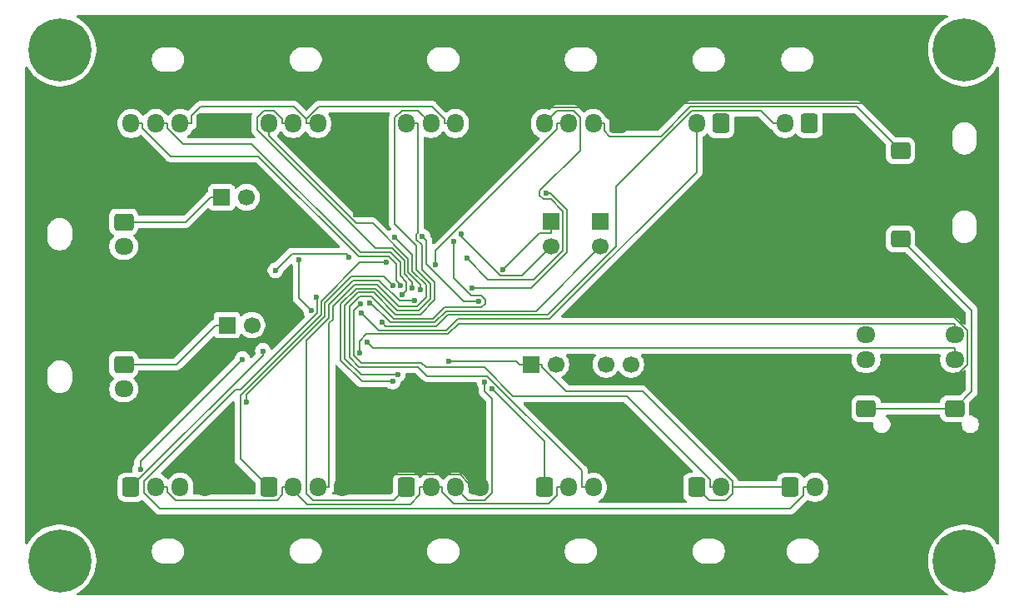
<source format=gbr>
%TF.GenerationSoftware,KiCad,Pcbnew,9.0.1*%
%TF.CreationDate,2025-05-30T13:12:11+09:00*%
%TF.ProjectId,Altair_MDD_V3,416c7461-6972-45f4-9d44-445f56332e6b,rev?*%
%TF.SameCoordinates,Original*%
%TF.FileFunction,Copper,L2,Bot*%
%TF.FilePolarity,Positive*%
%FSLAX46Y46*%
G04 Gerber Fmt 4.6, Leading zero omitted, Abs format (unit mm)*
G04 Created by KiCad (PCBNEW 9.0.1) date 2025-05-30 13:12:11*
%MOMM*%
%LPD*%
G01*
G04 APERTURE LIST*
G04 Aperture macros list*
%AMRoundRect*
0 Rectangle with rounded corners*
0 $1 Rounding radius*
0 $2 $3 $4 $5 $6 $7 $8 $9 X,Y pos of 4 corners*
0 Add a 4 corners polygon primitive as box body*
4,1,4,$2,$3,$4,$5,$6,$7,$8,$9,$2,$3,0*
0 Add four circle primitives for the rounded corners*
1,1,$1+$1,$2,$3*
1,1,$1+$1,$4,$5*
1,1,$1+$1,$6,$7*
1,1,$1+$1,$8,$9*
0 Add four rect primitives between the rounded corners*
20,1,$1+$1,$2,$3,$4,$5,0*
20,1,$1+$1,$4,$5,$6,$7,0*
20,1,$1+$1,$6,$7,$8,$9,0*
20,1,$1+$1,$8,$9,$2,$3,0*%
G04 Aperture macros list end*
%TA.AperFunction,ComponentPad*%
%ADD10RoundRect,0.250000X0.600000X0.725000X-0.600000X0.725000X-0.600000X-0.725000X0.600000X-0.725000X0*%
%TD*%
%TA.AperFunction,ComponentPad*%
%ADD11O,1.700000X1.950000*%
%TD*%
%TA.AperFunction,ComponentPad*%
%ADD12R,1.700000X1.700000*%
%TD*%
%TA.AperFunction,ComponentPad*%
%ADD13C,1.700000*%
%TD*%
%TA.AperFunction,ComponentPad*%
%ADD14RoundRect,0.250000X0.725000X-0.600000X0.725000X0.600000X-0.725000X0.600000X-0.725000X-0.600000X0*%
%TD*%
%TA.AperFunction,ComponentPad*%
%ADD15O,1.950000X1.700000*%
%TD*%
%TA.AperFunction,ComponentPad*%
%ADD16RoundRect,0.250000X-0.600000X-0.725000X0.600000X-0.725000X0.600000X0.725000X-0.600000X0.725000X0*%
%TD*%
%TA.AperFunction,ComponentPad*%
%ADD17C,0.800000*%
%TD*%
%TA.AperFunction,ComponentPad*%
%ADD18C,6.400000*%
%TD*%
%TA.AperFunction,ComponentPad*%
%ADD19RoundRect,0.250000X-0.725000X0.600000X-0.725000X-0.600000X0.725000X-0.600000X0.725000X0.600000X0*%
%TD*%
%TA.AperFunction,ViaPad*%
%ADD20C,0.600000*%
%TD*%
%TA.AperFunction,Conductor*%
%ADD21C,0.200000*%
%TD*%
G04 APERTURE END LIST*
D10*
%TO.P,J13,1,Pin_1*%
%TO.N,GND*%
X102750000Y-51500000D03*
D11*
%TO.P,J13,2,Pin_2*%
%TO.N,+5V*%
X100250000Y-51500000D03*
%TO.P,J13,3,Pin_3*%
%TO.N,MD2_A*%
X97750000Y-51500000D03*
%TO.P,J13,4,Pin_4*%
%TO.N,MD2_B*%
X95250000Y-51500000D03*
%TD*%
D12*
%TO.P,J2,1,Pin_1*%
%TO.N,+3.3V*%
X129000000Y-61460000D03*
D13*
%TO.P,J2,2,Pin_2*%
%TO.N,SW*%
X129000000Y-64000000D03*
%TD*%
D14*
%TO.P,J6,1,Pin_1*%
%TO.N,+5V*%
X159500000Y-54250000D03*
D15*
%TO.P,J6,2,Pin_2*%
%TO.N,GND*%
X159500000Y-51750000D03*
%TD*%
D10*
%TO.P,J11,1,Pin_1*%
%TO.N,+3.3V*%
X150250000Y-51500000D03*
D11*
%TO.P,J11,2,Pin_2*%
%TO.N,limitswitch4*%
X147750000Y-51500000D03*
%TD*%
D10*
%TO.P,J10,1,Pin_1*%
%TO.N,+3.3V*%
X141250000Y-51500000D03*
D11*
%TO.P,J10,2,Pin_2*%
%TO.N,limitswitch3*%
X138750000Y-51500000D03*
%TD*%
D16*
%TO.P,J20,1,Pin_1*%
%TO.N,encoder1_A*%
X81250000Y-88500000D03*
D11*
%TO.P,J20,2,Pin_2*%
%TO.N,+5V*%
X83750000Y-88500000D03*
%TO.P,J20,3,Pin_3*%
%TO.N,encoder1_B*%
X86250000Y-88500000D03*
%TO.P,J20,4,Pin_4*%
%TO.N,GND*%
X88750000Y-88500000D03*
%TD*%
D10*
%TO.P,J14,1,Pin_1*%
%TO.N,GND*%
X116750000Y-51500000D03*
D11*
%TO.P,J14,2,Pin_2*%
%TO.N,+5V*%
X114250000Y-51500000D03*
%TO.P,J14,3,Pin_3*%
%TO.N,MD3_A*%
X111750000Y-51500000D03*
%TO.P,J14,4,Pin_4*%
%TO.N,MD3_B*%
X109250000Y-51500000D03*
%TD*%
D17*
%TO.P,H2,1*%
%TO.N,N/C*%
X71600000Y-44000000D03*
X72302944Y-42302944D03*
X72302944Y-45697056D03*
X74000000Y-41600000D03*
D18*
X74000000Y-44000000D03*
D17*
X74000000Y-46400000D03*
X75697056Y-42302944D03*
X75697056Y-45697056D03*
X76400000Y-44000000D03*
%TD*%
D14*
%TO.P,J18,1,Pin_1*%
%TO.N,+5V*%
X165000000Y-80500000D03*
D15*
%TO.P,J18,2,Pin_2*%
%TO.N,GND*%
X165000000Y-78000000D03*
%TO.P,J18,3,Pin_3*%
%TO.N,serial2_tx*%
X165000000Y-75500000D03*
%TO.P,J18,4,Pin_4*%
%TO.N,serial2_rx*%
X165000000Y-73000000D03*
%TD*%
D16*
%TO.P,J23,1,Pin_1*%
%TO.N,encoder4_A*%
X123250000Y-88500000D03*
D11*
%TO.P,J23,2,Pin_2*%
%TO.N,+5V*%
X125750000Y-88500000D03*
%TO.P,J23,3,Pin_3*%
%TO.N,encoder4_B*%
X128250000Y-88500000D03*
%TO.P,J23,4,Pin_4*%
%TO.N,GND*%
X130750000Y-88500000D03*
%TD*%
D12*
%TO.P,J4,1,Pin_1*%
%TO.N,can1_H*%
X90460000Y-59000000D03*
D13*
%TO.P,J4,2,Pin_2*%
%TO.N,Net-(J4-Pin_2)*%
X93000000Y-59000000D03*
%TD*%
D14*
%TO.P,J19,1,Pin_1*%
%TO.N,+5V*%
X156000000Y-80500000D03*
D15*
%TO.P,J19,2,Pin_2*%
%TO.N,GND*%
X156000000Y-78000000D03*
%TO.P,J19,3,Pin_3*%
%TO.N,serial3_rx*%
X156000000Y-75500000D03*
%TO.P,J19,4,Pin_4*%
%TO.N,serial3_tx*%
X156000000Y-73000000D03*
%TD*%
D12*
%TO.P,J1,1,Pin_1*%
%TO.N,+3.3V*%
X124000000Y-61460000D03*
D13*
%TO.P,J1,2,Pin_2*%
%TO.N,booto*%
X124000000Y-64000000D03*
%TD*%
D16*
%TO.P,J9,1,Pin_1*%
%TO.N,+3.3V*%
X148300000Y-88500000D03*
D11*
%TO.P,J9,2,Pin_2*%
%TO.N,limitswitch2*%
X150800000Y-88500000D03*
%TD*%
D10*
%TO.P,J15,1,Pin_1*%
%TO.N,GND*%
X130750000Y-51500000D03*
D11*
%TO.P,J15,2,Pin_2*%
%TO.N,+5V*%
X128250000Y-51500000D03*
%TO.P,J15,3,Pin_3*%
%TO.N,MD4_A*%
X125750000Y-51500000D03*
%TO.P,J15,4,Pin_4*%
%TO.N,MD4_B*%
X123250000Y-51500000D03*
%TD*%
D17*
%TO.P,H1,1*%
%TO.N,N/C*%
X71600000Y-96000000D03*
X72302944Y-94302944D03*
X72302944Y-97697056D03*
X74000000Y-93600000D03*
D18*
X74000000Y-96000000D03*
D17*
X74000000Y-98400000D03*
X75697056Y-94302944D03*
X75697056Y-97697056D03*
X76400000Y-96000000D03*
%TD*%
D12*
%TO.P,J5,1,Pin_1*%
%TO.N,can2_H*%
X91000000Y-72000000D03*
D13*
%TO.P,J5,2,Pin_2*%
%TO.N,Net-(J5-Pin_2)*%
X93540000Y-72000000D03*
%TD*%
D16*
%TO.P,J21,1,Pin_1*%
%TO.N,encoder2_A*%
X95250000Y-88500000D03*
D11*
%TO.P,J21,2,Pin_2*%
%TO.N,+5V*%
X97750000Y-88500000D03*
%TO.P,J21,3,Pin_3*%
%TO.N,encoder2_B*%
X100250000Y-88500000D03*
%TO.P,J21,4,Pin_4*%
%TO.N,GND*%
X102750000Y-88500000D03*
%TD*%
D16*
%TO.P,J22,1,Pin_1*%
%TO.N,encoder3_A*%
X109250000Y-88500000D03*
D11*
%TO.P,J22,2,Pin_2*%
%TO.N,+5V*%
X111750000Y-88500000D03*
%TO.P,J22,3,Pin_3*%
%TO.N,encoder3_B*%
X114250000Y-88500000D03*
%TO.P,J22,4,Pin_4*%
%TO.N,GND*%
X116750000Y-88500000D03*
%TD*%
D16*
%TO.P,J8,1,Pin_1*%
%TO.N,+3.3V*%
X138750000Y-88500000D03*
D11*
%TO.P,J8,2,Pin_2*%
%TO.N,limitswitch1*%
X141250000Y-88500000D03*
%TD*%
D17*
%TO.P,H4,1*%
%TO.N,N/C*%
X163600000Y-96000000D03*
X164302944Y-94302944D03*
X164302944Y-97697056D03*
X166000000Y-93600000D03*
D18*
X166000000Y-96000000D03*
D17*
X166000000Y-98400000D03*
X167697056Y-94302944D03*
X167697056Y-97697056D03*
X168400000Y-96000000D03*
%TD*%
D19*
%TO.P,J17,1,Pin_1*%
%TO.N,can2_H*%
X80500000Y-76000000D03*
D15*
%TO.P,J17,2,Pin_2*%
%TO.N,can2_L*%
X80500000Y-78500000D03*
%TD*%
D12*
%TO.P,J3,1,Pin_1*%
%TO.N,+3.3V*%
X121920000Y-76000000D03*
D13*
%TO.P,J3,2,Pin_2*%
%TO.N,SWCLK*%
X124460000Y-76000000D03*
%TO.P,J3,3,Pin_3*%
%TO.N,GND*%
X127000000Y-76000000D03*
%TO.P,J3,4,Pin_4*%
%TO.N,SWDIO*%
X129540000Y-76000000D03*
%TO.P,J3,5,Pin_5*%
%TO.N,nrst*%
X132080000Y-76000000D03*
%TD*%
D19*
%TO.P,J16,1,Pin_1*%
%TO.N,can1_H*%
X80500000Y-61500000D03*
D15*
%TO.P,J16,2,Pin_2*%
%TO.N,can1_L*%
X80500000Y-64000000D03*
%TD*%
D10*
%TO.P,J12,1,Pin_1*%
%TO.N,GND*%
X88750000Y-51500000D03*
D11*
%TO.P,J12,2,Pin_2*%
%TO.N,+5V*%
X86250000Y-51500000D03*
%TO.P,J12,3,Pin_3*%
%TO.N,MD1_A*%
X83750000Y-51500000D03*
%TO.P,J12,4,Pin_4*%
%TO.N,MD1_B*%
X81250000Y-51500000D03*
%TD*%
D14*
%TO.P,J7,1,Pin_1*%
%TO.N,+5V*%
X159500000Y-63250000D03*
D15*
%TO.P,J7,2,Pin_2*%
%TO.N,GND*%
X159500000Y-60750000D03*
%TD*%
D17*
%TO.P,H3,1*%
%TO.N,N/C*%
X163600000Y-44000000D03*
X164302944Y-42302944D03*
X164302944Y-45697056D03*
X166000000Y-41600000D03*
D18*
X166000000Y-44000000D03*
D17*
X166000000Y-46400000D03*
X167697056Y-42302944D03*
X167697056Y-45697056D03*
X168400000Y-44000000D03*
%TD*%
D20*
%TO.N,GND*%
X114730300Y-78575300D03*
X153708000Y-62296400D03*
X106934000Y-60989700D03*
X104105800Y-60746700D03*
%TO.N,+3.3V*%
X113517600Y-75675000D03*
X119065100Y-66357300D03*
X98281500Y-65355800D03*
X99569100Y-70523100D03*
%TO.N,booto*%
X114814400Y-62763200D03*
%TO.N,SW*%
X105495200Y-69712500D03*
%TO.N,limitswitch1*%
X104603000Y-69817400D03*
%TO.N,limitswitch2*%
X100089400Y-69194600D03*
%TO.N,limitswitch3*%
X104659300Y-70750000D03*
%TO.N,limitswitch4*%
X106741000Y-71730500D03*
%TO.N,MD1_A*%
X108819200Y-68920300D03*
%TO.N,MD1_B*%
X108647700Y-67978800D03*
%TO.N,MD2_B*%
X110648200Y-68419400D03*
%TO.N,MD2_A*%
X109848000Y-68196500D03*
%TO.N,MD3_A*%
X107877400Y-77733400D03*
%TO.N,MD3_B*%
X108356800Y-77019300D03*
%TO.N,MD4_B*%
X115396500Y-65221600D03*
%TO.N,MD4_A*%
X112234300Y-65849900D03*
%TO.N,serial2_tx*%
X105239100Y-73750000D03*
%TO.N,serial2_rx*%
X104525400Y-74869400D03*
%TO.N,encoder1_A*%
X94643100Y-74624900D03*
%TO.N,encoder1_B*%
X82188600Y-86700400D03*
X92579000Y-75473800D03*
%TO.N,encoder2_A*%
X107237000Y-65606700D03*
%TO.N,encoder2_B*%
X108058600Y-63026800D03*
%TO.N,encoder3_B*%
X117201800Y-77797700D03*
%TO.N,encoder3_A*%
X110058800Y-69527500D03*
%TO.N,encoder4_A*%
X116604200Y-69574400D03*
X110881000Y-62994200D03*
X117926700Y-78476100D03*
%TO.N,encoder4_B*%
X114066600Y-63505900D03*
%TO.N,can1_tx*%
X103434900Y-65076700D03*
X95937300Y-66426200D03*
%TO.N,can1_rx*%
X115956500Y-68250000D03*
X123425400Y-58566100D03*
%TO.N,can2_tx*%
X107847500Y-68007300D03*
X92970700Y-79793100D03*
%TD*%
D21*
%TO.N,GND*%
X129000000Y-78000000D02*
X154724900Y-78000000D01*
X116750000Y-88500000D02*
X115599900Y-88500000D01*
X155254400Y-60750000D02*
X153708000Y-62296400D01*
X153708000Y-62296400D02*
X156053700Y-62296400D01*
X158311700Y-49411600D02*
X132838400Y-49411600D01*
X165000000Y-78000000D02*
X165000000Y-76849900D01*
X159500000Y-60750000D02*
X155254400Y-60750000D01*
X132838400Y-49411600D02*
X130750000Y-51500000D01*
X103900100Y-88500000D02*
X105180800Y-87219300D01*
X118432900Y-49817100D02*
X116750000Y-51500000D01*
X114730300Y-87219300D02*
X115599900Y-88088900D01*
X159500000Y-51750000D02*
X159500000Y-50599900D01*
X114730300Y-87219300D02*
X114730300Y-78575300D01*
X102750000Y-51500000D02*
X102750000Y-56805700D01*
X156000000Y-78000000D02*
X154724900Y-78000000D01*
X127000000Y-76000000D02*
X129000000Y-78000000D01*
X102750000Y-56805700D02*
X105398400Y-59454100D01*
X102750000Y-88500000D02*
X103900100Y-88500000D01*
X130750000Y-51500000D02*
X129067100Y-49817100D01*
X156053700Y-62296400D02*
X166299800Y-72542500D01*
X115599900Y-88088900D02*
X115599900Y-88500000D01*
X165434200Y-76849900D02*
X165000000Y-76849900D01*
X105398400Y-59454100D02*
X104105800Y-60746700D01*
X166299800Y-75984300D02*
X165434200Y-76849900D01*
X166299800Y-72542500D02*
X166299800Y-75984300D01*
X159500000Y-50599900D02*
X158311700Y-49411600D01*
X105398400Y-59454100D02*
X106934000Y-60989700D01*
X129067100Y-49817100D02*
X118432900Y-49817100D01*
X105180800Y-87219300D02*
X114730300Y-87219300D01*
%TO.N,+3.3V*%
X121920000Y-76000000D02*
X120769900Y-76000000D01*
X121920000Y-76000000D02*
X123070100Y-76000000D01*
X141769100Y-89779300D02*
X142408700Y-89139700D01*
X124000000Y-61460000D02*
X124000000Y-62610100D01*
X133252300Y-78746000D02*
X142408700Y-87902400D01*
X120769900Y-76000000D02*
X120444900Y-75675000D01*
X142408700Y-88500000D02*
X148300000Y-88500000D01*
X140029300Y-89779300D02*
X141769100Y-89779300D01*
X124000000Y-62610100D02*
X122812300Y-62610100D01*
X125528500Y-78746000D02*
X133252300Y-78746000D01*
X142408700Y-87902400D02*
X142408700Y-88500000D01*
X98281500Y-69235500D02*
X98281500Y-65355800D01*
X123070100Y-76287600D02*
X125528500Y-78746000D01*
X122812300Y-62610100D02*
X119065100Y-66357300D01*
X142408700Y-89139700D02*
X142408700Y-88500000D01*
X120444900Y-75675000D02*
X113517600Y-75675000D01*
X138750000Y-88500000D02*
X140029300Y-89779300D01*
X123070100Y-76000000D02*
X123070100Y-76287600D01*
X99569100Y-70523100D02*
X98281500Y-69235500D01*
%TO.N,+5V*%
X129400100Y-52266400D02*
X129400100Y-51500000D01*
X111832800Y-49781700D02*
X100386900Y-49781700D01*
X84900100Y-88931300D02*
X85759900Y-89791100D01*
X99152400Y-90241800D02*
X109624400Y-90241800D01*
X84900100Y-88500000D02*
X84900100Y-88931300D01*
X96599900Y-89266300D02*
X96599900Y-88500000D01*
X166749900Y-70499900D02*
X159500000Y-63250000D01*
X97839900Y-49808700D02*
X88325000Y-49808700D01*
X97410600Y-88500000D02*
X99152400Y-90241800D01*
X97750000Y-88500000D02*
X97410600Y-88500000D01*
X155061700Y-49811700D02*
X138119300Y-49811700D01*
X111750000Y-88500000D02*
X110599900Y-88500000D01*
X96075100Y-89791100D02*
X96599900Y-89266300D01*
X100250000Y-51500000D02*
X99099900Y-51500000D01*
X109624400Y-90241800D02*
X110599900Y-89266300D01*
X128250000Y-51500000D02*
X129400100Y-51500000D01*
X85759900Y-89791100D02*
X96075100Y-89791100D01*
X114250000Y-51500000D02*
X113099900Y-51500000D01*
X159500000Y-54250000D02*
X155061700Y-49811700D01*
X112900100Y-88500000D02*
X112900100Y-89009400D01*
X113099900Y-51500000D02*
X113099900Y-51048800D01*
X111750000Y-88500000D02*
X112900100Y-88500000D01*
X99099900Y-51068700D02*
X97839900Y-49808700D01*
X113099900Y-51048800D02*
X111832800Y-49781700D01*
X166749900Y-78750100D02*
X166749900Y-70499900D01*
X100386900Y-49781700D02*
X99099900Y-51068700D01*
X83750000Y-88500000D02*
X84900100Y-88500000D01*
X99099900Y-51500000D02*
X99099900Y-51068700D01*
X112900100Y-89009400D02*
X114084300Y-90193600D01*
X138119300Y-49811700D02*
X135128300Y-52802700D01*
X86250000Y-51500000D02*
X87400100Y-51500000D01*
X114084300Y-90193600D02*
X123697000Y-90193600D01*
X125750000Y-88500000D02*
X124599900Y-88500000D01*
X165000000Y-80500000D02*
X166749900Y-78750100D01*
X165000000Y-80500000D02*
X156000000Y-80500000D01*
X135128300Y-52802700D02*
X129936400Y-52802700D01*
X129936400Y-52802700D02*
X129400100Y-52266400D01*
X87400100Y-50733600D02*
X87400100Y-51500000D01*
X88325000Y-49808700D02*
X87400100Y-50733600D01*
X97410600Y-88500000D02*
X96599900Y-88500000D01*
X124599900Y-89290700D02*
X124599900Y-88500000D01*
X110599900Y-89266300D02*
X110599900Y-88500000D01*
X123697000Y-90193600D02*
X124599900Y-89290700D01*
%TO.N,booto*%
X118816300Y-66991700D02*
X114814400Y-62989800D01*
X121008300Y-66991700D02*
X118816300Y-66991700D01*
X124000000Y-64000000D02*
X121008300Y-66991700D01*
X114814400Y-62989800D02*
X114814400Y-62763200D01*
%TO.N,SW*%
X122425300Y-70574700D02*
X113285200Y-70574700D01*
X112131900Y-71728000D02*
X107587200Y-71728000D01*
X129000000Y-64000000D02*
X122425300Y-70574700D01*
X105571700Y-69712500D02*
X105495200Y-69712500D01*
X113285200Y-70574700D02*
X112131900Y-71728000D01*
X107587200Y-71728000D02*
X105571700Y-69712500D01*
%TO.N,can1_H*%
X86809900Y-61500000D02*
X89309900Y-59000000D01*
X90460000Y-59000000D02*
X89309900Y-59000000D01*
X80500000Y-61500000D02*
X86809900Y-61500000D01*
%TO.N,can2_H*%
X80500000Y-76000000D02*
X85849900Y-76000000D01*
X91000000Y-72000000D02*
X89849900Y-72000000D01*
X85849900Y-76000000D02*
X89849900Y-72000000D01*
%TO.N,limitswitch1*%
X103909300Y-75124100D02*
X103909300Y-70511100D01*
X110803400Y-75869700D02*
X104654900Y-75869700D01*
X120107200Y-79242000D02*
X117171400Y-76306200D01*
X111239900Y-76306200D02*
X110803400Y-75869700D01*
X104654900Y-75869700D02*
X103909300Y-75124100D01*
X140099900Y-88500000D02*
X140099900Y-87709300D01*
X140099900Y-87709300D02*
X131632600Y-79242000D01*
X103909300Y-70511100D02*
X104603000Y-69817400D01*
X131632600Y-79242000D02*
X120107200Y-79242000D01*
X117171400Y-76306200D02*
X111239900Y-76306200D01*
X141250000Y-88500000D02*
X140099900Y-88500000D01*
%TO.N,limitswitch2*%
X82564700Y-87881100D02*
X91867200Y-78578600D01*
X100169200Y-69274400D02*
X100089400Y-69194600D01*
X91867200Y-78578600D02*
X92362300Y-78578600D01*
X84166600Y-90673800D02*
X82564700Y-89071900D01*
X150800000Y-88500000D02*
X149649900Y-88500000D01*
X82564700Y-89071900D02*
X82564700Y-87881100D01*
X148266800Y-90673800D02*
X84166600Y-90673800D01*
X100169200Y-70771700D02*
X100169200Y-69274400D01*
X149649900Y-89290700D02*
X148266800Y-90673800D01*
X149649900Y-88500000D02*
X149649900Y-89290700D01*
X92362300Y-78578600D02*
X100169200Y-70771700D01*
%TO.N,limitswitch3*%
X106437500Y-72528200D02*
X104659300Y-70750000D01*
X113298000Y-72528200D02*
X106437500Y-72528200D01*
X138750000Y-56457900D02*
X123833000Y-71374900D01*
X123833000Y-71374900D02*
X114451300Y-71374900D01*
X114451300Y-71374900D02*
X113298000Y-72528200D01*
X138750000Y-51500000D02*
X138750000Y-56457900D01*
%TO.N,limitswitch4*%
X123667300Y-70974800D02*
X113451100Y-70974800D01*
X130613700Y-64028400D02*
X123667300Y-70974800D01*
X146599900Y-51500000D02*
X145311800Y-50211900D01*
X113451100Y-70974800D02*
X112297800Y-72128100D01*
X145311800Y-50211900D02*
X138285000Y-50211900D01*
X107138600Y-72128100D02*
X106741000Y-71730500D01*
X138285000Y-50211900D02*
X130613700Y-57883200D01*
X130613700Y-57883200D02*
X130613700Y-64028400D01*
X112297800Y-72128100D02*
X107138600Y-72128100D01*
X147750000Y-51500000D02*
X146599900Y-51500000D01*
%TO.N,MD1_A*%
X93520100Y-53576400D02*
X104550200Y-64606500D01*
X108628900Y-66990100D02*
X109247900Y-67609100D01*
X86525300Y-53576400D02*
X93520100Y-53576400D01*
X104550200Y-64606500D02*
X107651300Y-64606500D01*
X83750000Y-51500000D02*
X84900100Y-51500000D01*
X84900100Y-51500000D02*
X84900100Y-51951200D01*
X108628900Y-65584100D02*
X108628900Y-66990100D01*
X107651300Y-64606500D02*
X108628900Y-65584100D01*
X84900100Y-51951200D02*
X86525300Y-53576400D01*
X109247900Y-68491600D02*
X108819200Y-68920300D01*
X109247900Y-67609100D02*
X109247900Y-68491600D01*
%TO.N,MD1_B*%
X108228800Y-65749800D02*
X108228800Y-67438800D01*
X82400100Y-51500000D02*
X82400100Y-51951200D01*
X108228800Y-67438800D02*
X108647700Y-67857700D01*
X94190800Y-54812900D02*
X104384500Y-65006600D01*
X107485600Y-65006600D02*
X108228800Y-65749800D01*
X104384500Y-65006600D02*
X107485600Y-65006600D01*
X81250000Y-51500000D02*
X82400100Y-51500000D01*
X108647700Y-67857700D02*
X108647700Y-67978800D01*
X82400100Y-51951200D02*
X85261800Y-54812900D01*
X85261800Y-54812900D02*
X94190800Y-54812900D01*
%TO.N,MD2_B*%
X105820300Y-61643900D02*
X109429100Y-65252700D01*
X104118800Y-61643900D02*
X105820300Y-61643900D01*
X109429100Y-66658700D02*
X110648200Y-67877800D01*
X109429100Y-65252700D02*
X109429100Y-66658700D01*
X110648200Y-67877800D02*
X110648200Y-68419400D01*
X95250000Y-52775100D02*
X104118800Y-61643900D01*
X95250000Y-51500000D02*
X95250000Y-52775100D01*
%TO.N,MD2_A*%
X109029000Y-65418400D02*
X109029000Y-66824400D01*
X95740100Y-50208900D02*
X94747200Y-50208900D01*
X94747200Y-50208900D02*
X94068500Y-50887600D01*
X109029000Y-66824400D02*
X109848000Y-67643400D01*
X94068500Y-50887600D02*
X94068500Y-52159400D01*
X97750000Y-51500000D02*
X96599900Y-51500000D01*
X96599900Y-51500000D02*
X96599900Y-51068700D01*
X107817000Y-64206400D02*
X109029000Y-65418400D01*
X96599900Y-51068700D02*
X95740100Y-50208900D01*
X109848000Y-67643400D02*
X109848000Y-68196500D01*
X106115500Y-64206400D02*
X107817000Y-64206400D01*
X94068500Y-52159400D02*
X106115500Y-64206400D01*
%TO.N,MD3_A*%
X110268500Y-66366500D02*
X111707600Y-67805600D01*
X108799900Y-50181800D02*
X108071000Y-50910700D01*
X106085100Y-68273500D02*
X104133500Y-68273500D01*
X104133500Y-68273500D02*
X102550200Y-69856800D01*
X102550200Y-69856800D02*
X102550200Y-75556100D01*
X108071000Y-50910700D02*
X108071000Y-61692000D01*
X110431800Y-50181800D02*
X108799900Y-50181800D01*
X108071000Y-61692000D02*
X110268500Y-63889500D01*
X111707600Y-67805600D02*
X111707600Y-69293200D01*
X110473100Y-70527700D02*
X108339300Y-70527700D01*
X102550200Y-75556100D02*
X104727500Y-77733400D01*
X108339300Y-70527700D02*
X106085100Y-68273500D01*
X111750000Y-51500000D02*
X110431800Y-50181800D01*
X111707600Y-69293200D02*
X110473100Y-70527700D01*
X110268500Y-63889500D02*
X110268500Y-66366500D01*
X104727500Y-77733400D02*
X107877400Y-77733400D01*
%TO.N,MD3_B*%
X104630500Y-77019300D02*
X108356800Y-77019300D01*
X112125900Y-69440700D02*
X110638800Y-70927800D01*
X109250000Y-51500000D02*
X110400100Y-51500000D01*
X110809900Y-63865000D02*
X110809900Y-66342100D01*
X110809900Y-66342100D02*
X112125900Y-67658100D01*
X105919400Y-68673600D02*
X104299200Y-68673600D01*
X103001500Y-69971300D02*
X103001500Y-75390300D01*
X110400100Y-51500000D02*
X110400100Y-62626500D01*
X110638800Y-70927800D02*
X108173600Y-70927800D01*
X110280900Y-62745700D02*
X110280900Y-63336000D01*
X112125900Y-67658100D02*
X112125900Y-69440700D01*
X108173600Y-70927800D02*
X105919400Y-68673600D01*
X104299200Y-68673600D02*
X103001500Y-69971300D01*
X110400100Y-62626500D02*
X110280900Y-62745700D01*
X103001500Y-75390300D02*
X104630500Y-77019300D01*
X110280900Y-63336000D02*
X110809900Y-63865000D01*
%TO.N,MD4_B*%
X122825300Y-58814600D02*
X123201000Y-59190300D01*
X125172700Y-60419400D02*
X125172700Y-64454700D01*
X125172700Y-64454700D02*
X122232200Y-67395200D01*
X126908800Y-54234000D02*
X122825300Y-58317500D01*
X123250000Y-51500000D02*
X124532800Y-50217200D01*
X123201000Y-59190300D02*
X123943600Y-59190300D01*
X126270100Y-50217200D02*
X126908800Y-50855900D01*
X122825300Y-58317500D02*
X122825300Y-58814600D01*
X123943600Y-59190300D02*
X125172700Y-60419400D01*
X124532800Y-50217200D02*
X126270100Y-50217200D01*
X122232200Y-67395200D02*
X117570100Y-67395200D01*
X126908800Y-50855900D02*
X126908800Y-54234000D01*
X117570100Y-67395200D02*
X115396500Y-65221600D01*
%TO.N,MD4_A*%
X112234400Y-64449800D02*
X112234400Y-65849900D01*
X124599900Y-52084300D02*
X112234400Y-64449800D01*
X112234400Y-65849900D02*
X112234300Y-65849900D01*
X125750000Y-51500000D02*
X124599900Y-51500000D01*
X124599900Y-51500000D02*
X124599900Y-52084300D01*
%TO.N,serial2_tx*%
X165000000Y-74349900D02*
X105839000Y-74349900D01*
X105839000Y-74349900D02*
X105239100Y-73750000D01*
X165000000Y-75500000D02*
X165000000Y-74349900D01*
%TO.N,serial2_rx*%
X105204100Y-72928300D02*
X113463700Y-72928300D01*
X113463700Y-72928300D02*
X114542100Y-71849900D01*
X104525400Y-73607000D02*
X105204100Y-72928300D01*
X114542100Y-71849900D02*
X165000000Y-71849900D01*
X165000000Y-73000000D02*
X165000000Y-71849900D01*
X104525400Y-74869400D02*
X104525400Y-73607000D01*
%TO.N,encoder1_A*%
X81250000Y-88500000D02*
X94643100Y-75106900D01*
X94643100Y-75106900D02*
X94643100Y-74624900D01*
%TO.N,encoder1_B*%
X82188600Y-85864200D02*
X92579000Y-75473800D01*
X82188600Y-86700400D02*
X82188600Y-85864200D01*
%TO.N,encoder2_A*%
X92362300Y-79144400D02*
X100569300Y-70937400D01*
X104537100Y-65606700D02*
X107237000Y-65606700D01*
X100569300Y-69574500D02*
X104537100Y-65606700D01*
X92362300Y-85612300D02*
X92362300Y-79144400D01*
X95250000Y-88500000D02*
X92362300Y-85612300D01*
X100569300Y-70937400D02*
X100569300Y-69574500D01*
%TO.N,encoder2_B*%
X106250800Y-67873400D02*
X108505000Y-70127600D01*
X111255900Y-67919700D02*
X109868300Y-66532100D01*
X100250000Y-88500000D02*
X101400100Y-88500000D01*
X101769600Y-70071600D02*
X103967800Y-67873400D01*
X111255900Y-69179100D02*
X111255900Y-67919700D01*
X108505000Y-70127600D02*
X110307400Y-70127600D01*
X110307400Y-70127600D02*
X111255900Y-69179100D01*
X109868300Y-66532100D02*
X109868300Y-64836500D01*
X103967800Y-67873400D02*
X106250800Y-67873400D01*
X101400100Y-88500000D02*
X101400100Y-71804000D01*
X101400100Y-71804000D02*
X101769600Y-71434500D01*
X109868300Y-64836500D02*
X108058600Y-63026800D01*
X101769600Y-71434500D02*
X101769600Y-70071600D01*
%TO.N,encoder3_B*%
X117930900Y-89075100D02*
X117930900Y-79497200D01*
X117930900Y-79497200D02*
X117201800Y-78768100D01*
X117201800Y-78768100D02*
X117201800Y-77797700D01*
X117212500Y-89793500D02*
X117930900Y-89075100D01*
X114250000Y-88500000D02*
X115543500Y-89793500D01*
X115543500Y-89793500D02*
X117212500Y-89793500D01*
%TO.N,encoder3_A*%
X106464900Y-67473300D02*
X108519100Y-69527500D01*
X101369500Y-71268800D02*
X101369500Y-69905900D01*
X99084300Y-89149400D02*
X99084300Y-73554000D01*
X99750300Y-89815400D02*
X99084300Y-89149400D01*
X108519100Y-69527500D02*
X110058800Y-69527500D01*
X99084300Y-73554000D02*
X101369500Y-71268800D01*
X103802100Y-67473300D02*
X106464900Y-67473300D01*
X101369500Y-69905900D02*
X103802100Y-67473300D01*
X107934600Y-89815400D02*
X99750300Y-89815400D01*
X109250000Y-88500000D02*
X107934600Y-89815400D01*
%TO.N,encoder4_A*%
X115083400Y-69574400D02*
X111280600Y-65771600D01*
X111280600Y-63393800D02*
X110881000Y-62994200D01*
X111280600Y-65771600D02*
X111280600Y-63393800D01*
X123250000Y-83799400D02*
X123250000Y-88500000D01*
X117926700Y-78476100D02*
X123250000Y-83799400D01*
X116604200Y-69574400D02*
X115083400Y-69574400D01*
%TO.N,encoder4_B*%
X117255300Y-69800600D02*
X116881300Y-70174600D01*
X103448400Y-70090200D02*
X103448400Y-75270400D01*
X107959300Y-71327900D02*
X105705100Y-69073700D01*
X110441300Y-76273200D02*
X111344400Y-77176300D01*
X103448400Y-75270400D02*
X104451200Y-76273200D01*
X104451200Y-76273200D02*
X110441300Y-76273200D01*
X114066600Y-63505900D02*
X114066600Y-67213600D01*
X117475700Y-77176300D02*
X127099900Y-86800500D01*
X105705100Y-69073700D02*
X104464900Y-69073700D01*
X116852800Y-68974300D02*
X117255300Y-69376800D01*
X111966200Y-71327900D02*
X107959300Y-71327900D01*
X104464900Y-69073700D02*
X103448400Y-70090200D01*
X114066600Y-67213600D02*
X115827300Y-68974300D01*
X117255300Y-69376800D02*
X117255300Y-69800600D01*
X113119500Y-70174600D02*
X111966200Y-71327900D01*
X127099900Y-86800500D02*
X127099900Y-88500000D01*
X116881300Y-70174600D02*
X113119500Y-70174600D01*
X128250000Y-88500000D02*
X127099900Y-88500000D01*
X111344400Y-77176300D02*
X117475700Y-77176300D01*
X115827300Y-68974300D02*
X116852800Y-68974300D01*
%TO.N,can1_tx*%
X103113900Y-64755700D02*
X97607800Y-64755700D01*
X103434900Y-65076700D02*
X103113900Y-64755700D01*
X97607800Y-64755700D02*
X95937300Y-66426200D01*
%TO.N,can1_rx*%
X125572800Y-64620400D02*
X125572800Y-60230500D01*
X121943200Y-68250000D02*
X125572800Y-64620400D01*
X123908400Y-58566100D02*
X123425400Y-58566100D01*
X125572800Y-60230500D02*
X123908400Y-58566100D01*
X115956500Y-68250000D02*
X121943200Y-68250000D01*
%TO.N,can2_tx*%
X100969400Y-69740200D02*
X103636400Y-67073200D01*
X103636400Y-67073200D02*
X106913400Y-67073200D01*
X92970700Y-79793100D02*
X92970700Y-79101800D01*
X92970700Y-79101800D02*
X100969400Y-71103100D01*
X106913400Y-67073200D02*
X107847500Y-68007300D01*
X100969400Y-71103100D02*
X100969400Y-69740200D01*
%TD*%
%TA.AperFunction,Conductor*%
%TO.N,GND*%
G36*
X131399542Y-79862185D02*
G01*
X131420184Y-79878819D01*
X138354184Y-86812819D01*
X138387669Y-86874142D01*
X138382685Y-86943834D01*
X138340813Y-86999767D01*
X138275349Y-87024184D01*
X138266504Y-87024500D01*
X138099999Y-87024500D01*
X138099980Y-87024501D01*
X137997203Y-87035000D01*
X137997200Y-87035001D01*
X137830668Y-87090185D01*
X137830663Y-87090187D01*
X137681342Y-87182289D01*
X137557289Y-87306342D01*
X137465187Y-87455663D01*
X137465185Y-87455668D01*
X137460325Y-87470334D01*
X137410001Y-87622203D01*
X137410001Y-87622204D01*
X137410000Y-87622204D01*
X137399500Y-87724983D01*
X137399500Y-89275001D01*
X137399501Y-89275018D01*
X137410000Y-89377796D01*
X137410001Y-89377799D01*
X137453284Y-89508416D01*
X137465186Y-89544334D01*
X137557288Y-89693656D01*
X137681344Y-89817712D01*
X137723577Y-89843761D01*
X137770301Y-89895709D01*
X137781524Y-89964672D01*
X137753680Y-90028754D01*
X137695612Y-90067610D01*
X137658480Y-90073300D01*
X128898780Y-90073300D01*
X128831741Y-90053615D01*
X128785986Y-90000811D01*
X128776042Y-89931653D01*
X128805067Y-89868097D01*
X128842485Y-89838815D01*
X128865463Y-89827107D01*
X128957816Y-89780051D01*
X128979789Y-89764086D01*
X129129786Y-89655109D01*
X129129788Y-89655106D01*
X129129792Y-89655104D01*
X129280104Y-89504792D01*
X129280106Y-89504788D01*
X129280109Y-89504786D01*
X129405048Y-89332820D01*
X129405047Y-89332820D01*
X129405051Y-89332816D01*
X129501557Y-89143412D01*
X129567246Y-88941243D01*
X129600500Y-88731287D01*
X129600500Y-88268713D01*
X129567246Y-88058757D01*
X129501557Y-87856588D01*
X129405051Y-87667184D01*
X129405049Y-87667181D01*
X129405048Y-87667179D01*
X129280109Y-87495213D01*
X129129786Y-87344890D01*
X128957820Y-87219951D01*
X128768414Y-87123444D01*
X128768413Y-87123443D01*
X128768412Y-87123443D01*
X128566243Y-87057754D01*
X128566241Y-87057753D01*
X128566240Y-87057753D01*
X128396303Y-87030838D01*
X128356287Y-87024500D01*
X128143713Y-87024500D01*
X128109341Y-87029944D01*
X127933759Y-87057753D01*
X127862718Y-87080836D01*
X127792876Y-87082831D01*
X127733044Y-87046750D01*
X127702216Y-86984049D01*
X127700400Y-86962905D01*
X127700400Y-86721445D01*
X127700400Y-86721443D01*
X127659477Y-86568715D01*
X127625956Y-86510656D01*
X127625956Y-86510654D01*
X127580424Y-86431790D01*
X127580421Y-86431786D01*
X127580420Y-86431784D01*
X127468616Y-86319980D01*
X127468615Y-86319979D01*
X127464285Y-86315649D01*
X127464274Y-86315639D01*
X121202816Y-80054181D01*
X121169331Y-79992858D01*
X121174315Y-79923166D01*
X121216187Y-79867233D01*
X121281651Y-79842816D01*
X121290497Y-79842500D01*
X131332503Y-79842500D01*
X131399542Y-79862185D01*
G37*
%TD.AperFunction*%
%TA.AperFunction,Conductor*%
G36*
X102205803Y-76061384D02*
G01*
X102212281Y-76067416D01*
X104242639Y-78097774D01*
X104242649Y-78097785D01*
X104246979Y-78102115D01*
X104246980Y-78102116D01*
X104358784Y-78213920D01*
X104410345Y-78243688D01*
X104445595Y-78264039D01*
X104445597Y-78264041D01*
X104495713Y-78292976D01*
X104495715Y-78292977D01*
X104648442Y-78333900D01*
X104648443Y-78333900D01*
X107297634Y-78333900D01*
X107364673Y-78353585D01*
X107366525Y-78354798D01*
X107498214Y-78442790D01*
X107498227Y-78442797D01*
X107614944Y-78491142D01*
X107643903Y-78503137D01*
X107798553Y-78533899D01*
X107798556Y-78533900D01*
X107798558Y-78533900D01*
X107956244Y-78533900D01*
X107956245Y-78533899D01*
X108110897Y-78503137D01*
X108256579Y-78442794D01*
X108387689Y-78355189D01*
X108499189Y-78243689D01*
X108586794Y-78112579D01*
X108588202Y-78109181D01*
X108600467Y-78079566D01*
X108647137Y-77966897D01*
X108677900Y-77812242D01*
X108678145Y-77811012D01*
X108710530Y-77749101D01*
X108731694Y-77733248D01*
X108730913Y-77732079D01*
X108867089Y-77641089D01*
X108978586Y-77529592D01*
X108978589Y-77529589D01*
X109066194Y-77398479D01*
X109126537Y-77252797D01*
X109157300Y-77098142D01*
X109157300Y-76997700D01*
X109176985Y-76930661D01*
X109229789Y-76884906D01*
X109281300Y-76873700D01*
X110141203Y-76873700D01*
X110208242Y-76893385D01*
X110228884Y-76910019D01*
X110859539Y-77540674D01*
X110859549Y-77540685D01*
X110863879Y-77545015D01*
X110863880Y-77545016D01*
X110975684Y-77656820D01*
X111061496Y-77706363D01*
X111108061Y-77733248D01*
X111112615Y-77735877D01*
X111265342Y-77776800D01*
X111265343Y-77776800D01*
X116279696Y-77776800D01*
X116346735Y-77796485D01*
X116392490Y-77849289D01*
X116401313Y-77876609D01*
X116432061Y-78031189D01*
X116432064Y-78031201D01*
X116492402Y-78176872D01*
X116492409Y-78176885D01*
X116550646Y-78264041D01*
X116578284Y-78305405D01*
X116580402Y-78308574D01*
X116601280Y-78375251D01*
X116601300Y-78377465D01*
X116601300Y-78681430D01*
X116601299Y-78681448D01*
X116601299Y-78847154D01*
X116601298Y-78847154D01*
X116601299Y-78847157D01*
X116642223Y-78999885D01*
X116655778Y-79023363D01*
X116710888Y-79118817D01*
X116721281Y-79136817D01*
X116840149Y-79255685D01*
X116840155Y-79255690D01*
X117294081Y-79709616D01*
X117327566Y-79770939D01*
X117330400Y-79797297D01*
X117330400Y-88775003D01*
X117310715Y-88842042D01*
X117294081Y-88862684D01*
X117000084Y-89156681D01*
X116938761Y-89190166D01*
X116912403Y-89193000D01*
X115843597Y-89193000D01*
X115814156Y-89184355D01*
X115784170Y-89177832D01*
X115779154Y-89174077D01*
X115776558Y-89173315D01*
X115755916Y-89156681D01*
X115608261Y-89009026D01*
X115574776Y-88947703D01*
X115573469Y-88901951D01*
X115600500Y-88731287D01*
X115600500Y-88268713D01*
X115567246Y-88058757D01*
X115501557Y-87856588D01*
X115405051Y-87667184D01*
X115405049Y-87667181D01*
X115405048Y-87667179D01*
X115280109Y-87495213D01*
X115129786Y-87344890D01*
X114957820Y-87219951D01*
X114768414Y-87123444D01*
X114768413Y-87123443D01*
X114768412Y-87123443D01*
X114566243Y-87057754D01*
X114566241Y-87057753D01*
X114566240Y-87057753D01*
X114396303Y-87030838D01*
X114356287Y-87024500D01*
X114143713Y-87024500D01*
X114103697Y-87030838D01*
X113933760Y-87057753D01*
X113933757Y-87057754D01*
X113741354Y-87120270D01*
X113731585Y-87123444D01*
X113542179Y-87219951D01*
X113370213Y-87344890D01*
X113219894Y-87495209D01*
X113219890Y-87495214D01*
X113100318Y-87659793D01*
X113044989Y-87702459D01*
X112975375Y-87708438D01*
X112913580Y-87675833D01*
X112899682Y-87659793D01*
X112780109Y-87495214D01*
X112780105Y-87495209D01*
X112629786Y-87344890D01*
X112457820Y-87219951D01*
X112268414Y-87123444D01*
X112268413Y-87123443D01*
X112268412Y-87123443D01*
X112066243Y-87057754D01*
X112066241Y-87057753D01*
X112066240Y-87057753D01*
X111896303Y-87030838D01*
X111856287Y-87024500D01*
X111643713Y-87024500D01*
X111603697Y-87030838D01*
X111433760Y-87057753D01*
X111433757Y-87057754D01*
X111241354Y-87120270D01*
X111231585Y-87123444D01*
X111042179Y-87219951D01*
X110870215Y-87344889D01*
X110731398Y-87483706D01*
X110670075Y-87517190D01*
X110600383Y-87512206D01*
X110544450Y-87470334D01*
X110538178Y-87461120D01*
X110513973Y-87421878D01*
X110442712Y-87306344D01*
X110318656Y-87182288D01*
X110218108Y-87120270D01*
X110169336Y-87090187D01*
X110169331Y-87090185D01*
X110147138Y-87082831D01*
X110002797Y-87035001D01*
X110002795Y-87035000D01*
X109900010Y-87024500D01*
X108599998Y-87024500D01*
X108599981Y-87024501D01*
X108497203Y-87035000D01*
X108497200Y-87035001D01*
X108330668Y-87090185D01*
X108330663Y-87090187D01*
X108181342Y-87182289D01*
X108057289Y-87306342D01*
X107965187Y-87455663D01*
X107965185Y-87455668D01*
X107960325Y-87470334D01*
X107910001Y-87622203D01*
X107910001Y-87622204D01*
X107910000Y-87622204D01*
X107899500Y-87724983D01*
X107899500Y-88949900D01*
X107890856Y-88979336D01*
X107884333Y-89009326D01*
X107880577Y-89014343D01*
X107879815Y-89016939D01*
X107863182Y-89037581D01*
X107827511Y-89073253D01*
X107743304Y-89157461D01*
X107722184Y-89178581D01*
X107660861Y-89212066D01*
X107634502Y-89214900D01*
X101825632Y-89214900D01*
X101758593Y-89195215D01*
X101712838Y-89142411D01*
X101702894Y-89073253D01*
X101731919Y-89009697D01*
X101763630Y-88983513D01*
X101768816Y-88980520D01*
X101880620Y-88868716D01*
X101959677Y-88731784D01*
X102000600Y-88579057D01*
X102000600Y-76155097D01*
X102020285Y-76088058D01*
X102073089Y-76042303D01*
X102142247Y-76032359D01*
X102205803Y-76061384D01*
G37*
%TD.AperFunction*%
%TA.AperFunction,Conductor*%
G36*
X91681134Y-79716415D02*
G01*
X91737067Y-79758287D01*
X91761484Y-79823751D01*
X91761800Y-79832597D01*
X91761800Y-85525630D01*
X91761799Y-85525648D01*
X91761799Y-85691354D01*
X91761798Y-85691354D01*
X91802723Y-85844085D01*
X91831658Y-85894200D01*
X91831659Y-85894204D01*
X91831660Y-85894204D01*
X91881779Y-85981014D01*
X91881781Y-85981017D01*
X92000649Y-86099885D01*
X92000655Y-86099890D01*
X93863181Y-87962416D01*
X93896666Y-88023739D01*
X93899500Y-88050097D01*
X93899500Y-88579057D01*
X93899501Y-89066600D01*
X93879817Y-89133639D01*
X93827013Y-89179394D01*
X93775501Y-89190600D01*
X87656896Y-89190600D01*
X87589857Y-89170915D01*
X87544102Y-89118111D01*
X87534158Y-89048953D01*
X87538965Y-89028282D01*
X87567246Y-88941243D01*
X87600500Y-88731287D01*
X87600500Y-88268713D01*
X87567246Y-88058757D01*
X87501557Y-87856588D01*
X87405051Y-87667184D01*
X87405049Y-87667181D01*
X87405048Y-87667179D01*
X87280109Y-87495213D01*
X87129786Y-87344890D01*
X86957820Y-87219951D01*
X86768414Y-87123444D01*
X86768413Y-87123443D01*
X86768412Y-87123443D01*
X86566243Y-87057754D01*
X86566241Y-87057753D01*
X86566240Y-87057753D01*
X86396303Y-87030838D01*
X86356287Y-87024500D01*
X86143713Y-87024500D01*
X86103697Y-87030838D01*
X85933760Y-87057753D01*
X85933757Y-87057754D01*
X85741354Y-87120270D01*
X85731585Y-87123444D01*
X85542179Y-87219951D01*
X85370213Y-87344890D01*
X85219894Y-87495209D01*
X85219890Y-87495214D01*
X85100318Y-87659793D01*
X85044989Y-87702459D01*
X84975375Y-87708438D01*
X84913580Y-87675833D01*
X84899682Y-87659793D01*
X84780109Y-87495214D01*
X84780105Y-87495209D01*
X84629786Y-87344890D01*
X84457820Y-87219951D01*
X84356341Y-87168245D01*
X84305545Y-87120270D01*
X84288750Y-87052449D01*
X84311287Y-86986315D01*
X84324949Y-86970085D01*
X91550119Y-79744916D01*
X91611442Y-79711431D01*
X91681134Y-79716415D01*
G37*
%TD.AperFunction*%
%TA.AperFunction,Conductor*%
G36*
X107534996Y-50401885D02*
G01*
X107580751Y-50454689D01*
X107590695Y-50523847D01*
X107575345Y-50568198D01*
X107563809Y-50588180D01*
X107511423Y-50678915D01*
X107470499Y-50831643D01*
X107470499Y-50831645D01*
X107470499Y-50999746D01*
X107470500Y-50999759D01*
X107470500Y-61605330D01*
X107470499Y-61605348D01*
X107470499Y-61771054D01*
X107470498Y-61771054D01*
X107507729Y-61910001D01*
X107511423Y-61923785D01*
X107533529Y-61962073D01*
X107590479Y-62060714D01*
X107590481Y-62060717D01*
X107673138Y-62143374D01*
X107683233Y-62161863D01*
X107697314Y-62177538D01*
X107699643Y-62191915D01*
X107706623Y-62204697D01*
X107705120Y-62225711D01*
X107708490Y-62246508D01*
X107702678Y-62259860D01*
X107701639Y-62274389D01*
X107689012Y-62291255D01*
X107680605Y-62310571D01*
X107662127Y-62327168D01*
X107659767Y-62330322D01*
X107654348Y-62334157D01*
X107562389Y-62395603D01*
X107495712Y-62416481D01*
X107428332Y-62397997D01*
X107405817Y-62380182D01*
X106307890Y-61282255D01*
X106307888Y-61282252D01*
X106189017Y-61163381D01*
X106189009Y-61163375D01*
X106078373Y-61099500D01*
X106078372Y-61099499D01*
X106078372Y-61099500D01*
X106052085Y-61084323D01*
X105899357Y-61043399D01*
X105741243Y-61043399D01*
X105733647Y-61043399D01*
X105733631Y-61043400D01*
X104418897Y-61043400D01*
X104351858Y-61023715D01*
X104331216Y-61007081D01*
X96142196Y-52818061D01*
X96108711Y-52756738D01*
X96113695Y-52687046D01*
X96142192Y-52642703D01*
X96280104Y-52504792D01*
X96399683Y-52340204D01*
X96455011Y-52297540D01*
X96524624Y-52291561D01*
X96586420Y-52324166D01*
X96600313Y-52340199D01*
X96703925Y-52482809D01*
X96719896Y-52504792D01*
X96870213Y-52655109D01*
X97042179Y-52780048D01*
X97042181Y-52780049D01*
X97042184Y-52780051D01*
X97231588Y-52876557D01*
X97433757Y-52942246D01*
X97643713Y-52975500D01*
X97643714Y-52975500D01*
X97856286Y-52975500D01*
X97856287Y-52975500D01*
X98066243Y-52942246D01*
X98268412Y-52876557D01*
X98457816Y-52780051D01*
X98490701Y-52756159D01*
X98629786Y-52655109D01*
X98629788Y-52655106D01*
X98629792Y-52655104D01*
X98780104Y-52504792D01*
X98899683Y-52340204D01*
X98955011Y-52297540D01*
X99024624Y-52291561D01*
X99086420Y-52324166D01*
X99100313Y-52340199D01*
X99203925Y-52482809D01*
X99219896Y-52504792D01*
X99370213Y-52655109D01*
X99542179Y-52780048D01*
X99542181Y-52780049D01*
X99542184Y-52780051D01*
X99731588Y-52876557D01*
X99933757Y-52942246D01*
X100143713Y-52975500D01*
X100143714Y-52975500D01*
X100356286Y-52975500D01*
X100356287Y-52975500D01*
X100566243Y-52942246D01*
X100768412Y-52876557D01*
X100957816Y-52780051D01*
X100990701Y-52756159D01*
X101129786Y-52655109D01*
X101129788Y-52655106D01*
X101129792Y-52655104D01*
X101280104Y-52504792D01*
X101280106Y-52504788D01*
X101280109Y-52504786D01*
X101405048Y-52332820D01*
X101405047Y-52332820D01*
X101405051Y-52332816D01*
X101501557Y-52143412D01*
X101567246Y-51941243D01*
X101600500Y-51731287D01*
X101600500Y-51268713D01*
X101567246Y-51058757D01*
X101501557Y-50856588D01*
X101405051Y-50667184D01*
X101360377Y-50605695D01*
X101341044Y-50579085D01*
X101317565Y-50513278D01*
X101333391Y-50445224D01*
X101383497Y-50396530D01*
X101441363Y-50382200D01*
X107467957Y-50382200D01*
X107534996Y-50401885D01*
G37*
%TD.AperFunction*%
%TA.AperFunction,Conductor*%
G36*
X93503571Y-50428885D02*
G01*
X93549326Y-50481689D01*
X93559270Y-50550847D01*
X93543920Y-50595198D01*
X93537861Y-50605693D01*
X93537859Y-50605696D01*
X93508925Y-50655809D01*
X93508924Y-50655810D01*
X93505721Y-50667763D01*
X93467999Y-50808543D01*
X93467999Y-50808545D01*
X93467999Y-50976646D01*
X93468000Y-50976659D01*
X93468000Y-52072730D01*
X93467999Y-52072748D01*
X93467999Y-52238454D01*
X93467998Y-52238454D01*
X93508924Y-52391189D01*
X93508925Y-52391190D01*
X93532325Y-52431719D01*
X93532326Y-52431721D01*
X93587975Y-52528109D01*
X93587981Y-52528117D01*
X93706849Y-52646985D01*
X93706855Y-52646990D01*
X93868343Y-52808478D01*
X93901828Y-52869801D01*
X93896844Y-52939493D01*
X93854972Y-52995426D01*
X93789508Y-53019843D01*
X93748569Y-53015934D01*
X93653686Y-52990510D01*
X93599157Y-52975899D01*
X93441043Y-52975899D01*
X93433447Y-52975899D01*
X93433431Y-52975900D01*
X87069887Y-52975900D01*
X87002848Y-52956215D01*
X86957093Y-52903411D01*
X86947149Y-52834253D01*
X86976174Y-52770697D01*
X86997002Y-52751582D01*
X87129785Y-52655109D01*
X87129783Y-52655109D01*
X87129792Y-52655104D01*
X87280104Y-52504792D01*
X87280106Y-52504788D01*
X87280109Y-52504786D01*
X87405048Y-52332820D01*
X87405047Y-52332820D01*
X87405051Y-52332816D01*
X87501557Y-52143412D01*
X87501557Y-52143409D01*
X87503769Y-52139070D01*
X87505095Y-52139746D01*
X87544763Y-52090498D01*
X87583409Y-52072565D01*
X87631884Y-52059577D01*
X87631888Y-52059574D01*
X87631890Y-52059574D01*
X87768809Y-51980524D01*
X87768808Y-51980524D01*
X87768816Y-51980520D01*
X87880620Y-51868716D01*
X87959677Y-51731784D01*
X88000600Y-51579057D01*
X88000600Y-51033697D01*
X88020285Y-50966658D01*
X88036919Y-50946016D01*
X88537416Y-50445519D01*
X88598739Y-50412034D01*
X88625097Y-50409200D01*
X93436532Y-50409200D01*
X93503571Y-50428885D01*
G37*
%TD.AperFunction*%
%TA.AperFunction,Conductor*%
G36*
X164269031Y-40520185D02*
G01*
X164314786Y-40572989D01*
X164324730Y-40642147D01*
X164295705Y-40705703D01*
X164260445Y-40733858D01*
X164095279Y-40822140D01*
X164095261Y-40822151D01*
X163792964Y-41024140D01*
X163792950Y-41024150D01*
X163511893Y-41254807D01*
X163254807Y-41511893D01*
X163024150Y-41792950D01*
X163024140Y-41792964D01*
X162822151Y-42095261D01*
X162822140Y-42095279D01*
X162650756Y-42415916D01*
X162650754Y-42415921D01*
X162511614Y-42751834D01*
X162406067Y-43099776D01*
X162406064Y-43099787D01*
X162335137Y-43456369D01*
X162307628Y-43735679D01*
X162299500Y-43818206D01*
X162299500Y-44181794D01*
X162299851Y-44185354D01*
X162335137Y-44543630D01*
X162406064Y-44900212D01*
X162406067Y-44900223D01*
X162511614Y-45248165D01*
X162650754Y-45584078D01*
X162650756Y-45584083D01*
X162822140Y-45904720D01*
X162822151Y-45904738D01*
X163024140Y-46207035D01*
X163024150Y-46207049D01*
X163254807Y-46488106D01*
X163511893Y-46745192D01*
X163511898Y-46745196D01*
X163511899Y-46745197D01*
X163792956Y-46975854D01*
X164095268Y-47177853D01*
X164095277Y-47177858D01*
X164095279Y-47177859D01*
X164415916Y-47349243D01*
X164415918Y-47349243D01*
X164415924Y-47349247D01*
X164751836Y-47488386D01*
X165099767Y-47593930D01*
X165099773Y-47593931D01*
X165099776Y-47593932D01*
X165099787Y-47593935D01*
X165456369Y-47664862D01*
X165818206Y-47700500D01*
X165818209Y-47700500D01*
X166181791Y-47700500D01*
X166181794Y-47700500D01*
X166543631Y-47664862D01*
X166613045Y-47651054D01*
X166900212Y-47593935D01*
X166900223Y-47593932D01*
X166900223Y-47593931D01*
X166900233Y-47593930D01*
X167248164Y-47488386D01*
X167584076Y-47349247D01*
X167904732Y-47177853D01*
X168207044Y-46975854D01*
X168488101Y-46745197D01*
X168745197Y-46488101D01*
X168975854Y-46207044D01*
X169177853Y-45904732D01*
X169266142Y-45739555D01*
X169315104Y-45689711D01*
X169383242Y-45674250D01*
X169448921Y-45698082D01*
X169491290Y-45753639D01*
X169499500Y-45798008D01*
X169499500Y-94201991D01*
X169479815Y-94269030D01*
X169427011Y-94314785D01*
X169357853Y-94324729D01*
X169294297Y-94295704D01*
X169266142Y-94260444D01*
X169177859Y-94095279D01*
X169177858Y-94095277D01*
X169177853Y-94095268D01*
X168975854Y-93792956D01*
X168745197Y-93511899D01*
X168745196Y-93511898D01*
X168745192Y-93511893D01*
X168488106Y-93254807D01*
X168207049Y-93024150D01*
X168207048Y-93024149D01*
X168207044Y-93024146D01*
X167904732Y-92822147D01*
X167904727Y-92822144D01*
X167904720Y-92822140D01*
X167584083Y-92650756D01*
X167584078Y-92650754D01*
X167248165Y-92511614D01*
X166900223Y-92406067D01*
X166900212Y-92406064D01*
X166543630Y-92335137D01*
X166271111Y-92308296D01*
X166181794Y-92299500D01*
X165818206Y-92299500D01*
X165735679Y-92307628D01*
X165456369Y-92335137D01*
X165099787Y-92406064D01*
X165099776Y-92406067D01*
X164751834Y-92511614D01*
X164415921Y-92650754D01*
X164415916Y-92650756D01*
X164095279Y-92822140D01*
X164095261Y-92822151D01*
X163792964Y-93024140D01*
X163792950Y-93024150D01*
X163511893Y-93254807D01*
X163254807Y-93511893D01*
X163024150Y-93792950D01*
X163024140Y-93792964D01*
X162822151Y-94095261D01*
X162822140Y-94095279D01*
X162650756Y-94415916D01*
X162650754Y-94415921D01*
X162511614Y-94751834D01*
X162406067Y-95099776D01*
X162406064Y-95099787D01*
X162335137Y-95456369D01*
X162307628Y-95735679D01*
X162299500Y-95818206D01*
X162299500Y-96181794D01*
X162306267Y-96250500D01*
X162335137Y-96543630D01*
X162406064Y-96900212D01*
X162406067Y-96900223D01*
X162511614Y-97248165D01*
X162650754Y-97584078D01*
X162650756Y-97584083D01*
X162822140Y-97904720D01*
X162822151Y-97904738D01*
X163024140Y-98207035D01*
X163024150Y-98207049D01*
X163254807Y-98488106D01*
X163511893Y-98745192D01*
X163511898Y-98745196D01*
X163511899Y-98745197D01*
X163792956Y-98975854D01*
X164095268Y-99177853D01*
X164095277Y-99177858D01*
X164095279Y-99177859D01*
X164260445Y-99266142D01*
X164310289Y-99315104D01*
X164325750Y-99383242D01*
X164301918Y-99448921D01*
X164246361Y-99491290D01*
X164201992Y-99499500D01*
X75798008Y-99499500D01*
X75730969Y-99479815D01*
X75685214Y-99427011D01*
X75675270Y-99357853D01*
X75704295Y-99294297D01*
X75739555Y-99266142D01*
X75838608Y-99213197D01*
X75904732Y-99177853D01*
X76207044Y-98975854D01*
X76488101Y-98745197D01*
X76745197Y-98488101D01*
X76975854Y-98207044D01*
X77177853Y-97904732D01*
X77349247Y-97584076D01*
X77488386Y-97248164D01*
X77593930Y-96900233D01*
X77593932Y-96900223D01*
X77593935Y-96900212D01*
X77664862Y-96543630D01*
X77693733Y-96250500D01*
X77700500Y-96181794D01*
X77700500Y-95818206D01*
X77664862Y-95456369D01*
X77632332Y-95292826D01*
X77593935Y-95099787D01*
X77593932Y-95099776D01*
X77593931Y-95099773D01*
X77593930Y-95099767D01*
X77533810Y-94901577D01*
X83349500Y-94901577D01*
X83349500Y-95098422D01*
X83380290Y-95292826D01*
X83441117Y-95480029D01*
X83530476Y-95655405D01*
X83646172Y-95814646D01*
X83785354Y-95953828D01*
X83944595Y-96069524D01*
X84027455Y-96111743D01*
X84119970Y-96158882D01*
X84119972Y-96158882D01*
X84119975Y-96158884D01*
X84220317Y-96191487D01*
X84307173Y-96219709D01*
X84501578Y-96250500D01*
X84501583Y-96250500D01*
X85498422Y-96250500D01*
X85692826Y-96219709D01*
X85880025Y-96158884D01*
X86055405Y-96069524D01*
X86214646Y-95953828D01*
X86353828Y-95814646D01*
X86469524Y-95655405D01*
X86558884Y-95480025D01*
X86619709Y-95292826D01*
X86650500Y-95098422D01*
X86650500Y-94901577D01*
X97349500Y-94901577D01*
X97349500Y-95098422D01*
X97380290Y-95292826D01*
X97441117Y-95480029D01*
X97530476Y-95655405D01*
X97646172Y-95814646D01*
X97785354Y-95953828D01*
X97944595Y-96069524D01*
X98027455Y-96111743D01*
X98119970Y-96158882D01*
X98119972Y-96158882D01*
X98119975Y-96158884D01*
X98220317Y-96191487D01*
X98307173Y-96219709D01*
X98501578Y-96250500D01*
X98501583Y-96250500D01*
X99498422Y-96250500D01*
X99692826Y-96219709D01*
X99880025Y-96158884D01*
X100055405Y-96069524D01*
X100214646Y-95953828D01*
X100353828Y-95814646D01*
X100469524Y-95655405D01*
X100558884Y-95480025D01*
X100619709Y-95292826D01*
X100650500Y-95098422D01*
X100650500Y-94901577D01*
X111349500Y-94901577D01*
X111349500Y-95098422D01*
X111380290Y-95292826D01*
X111441117Y-95480029D01*
X111530476Y-95655405D01*
X111646172Y-95814646D01*
X111785354Y-95953828D01*
X111944595Y-96069524D01*
X112027455Y-96111743D01*
X112119970Y-96158882D01*
X112119972Y-96158882D01*
X112119975Y-96158884D01*
X112220317Y-96191487D01*
X112307173Y-96219709D01*
X112501578Y-96250500D01*
X112501583Y-96250500D01*
X113498422Y-96250500D01*
X113692826Y-96219709D01*
X113880025Y-96158884D01*
X114055405Y-96069524D01*
X114214646Y-95953828D01*
X114353828Y-95814646D01*
X114469524Y-95655405D01*
X114558884Y-95480025D01*
X114619709Y-95292826D01*
X114650500Y-95098422D01*
X114650500Y-94901577D01*
X125349500Y-94901577D01*
X125349500Y-95098422D01*
X125380290Y-95292826D01*
X125441117Y-95480029D01*
X125530476Y-95655405D01*
X125646172Y-95814646D01*
X125785354Y-95953828D01*
X125944595Y-96069524D01*
X126027455Y-96111743D01*
X126119970Y-96158882D01*
X126119972Y-96158882D01*
X126119975Y-96158884D01*
X126220317Y-96191487D01*
X126307173Y-96219709D01*
X126501578Y-96250500D01*
X126501583Y-96250500D01*
X127498422Y-96250500D01*
X127692826Y-96219709D01*
X127880025Y-96158884D01*
X128055405Y-96069524D01*
X128214646Y-95953828D01*
X128353828Y-95814646D01*
X128469524Y-95655405D01*
X128558884Y-95480025D01*
X128619709Y-95292826D01*
X128650500Y-95098422D01*
X128650500Y-94901577D01*
X138349500Y-94901577D01*
X138349500Y-95098422D01*
X138380290Y-95292826D01*
X138441117Y-95480029D01*
X138530476Y-95655405D01*
X138646172Y-95814646D01*
X138785354Y-95953828D01*
X138944595Y-96069524D01*
X139027455Y-96111743D01*
X139119970Y-96158882D01*
X139119972Y-96158882D01*
X139119975Y-96158884D01*
X139220317Y-96191487D01*
X139307173Y-96219709D01*
X139501578Y-96250500D01*
X139501583Y-96250500D01*
X140498422Y-96250500D01*
X140692826Y-96219709D01*
X140880025Y-96158884D01*
X141055405Y-96069524D01*
X141214646Y-95953828D01*
X141353828Y-95814646D01*
X141469524Y-95655405D01*
X141558884Y-95480025D01*
X141619709Y-95292826D01*
X141650500Y-95098422D01*
X141650500Y-94901577D01*
X147899500Y-94901577D01*
X147899500Y-95098422D01*
X147930290Y-95292826D01*
X147991117Y-95480029D01*
X148080476Y-95655405D01*
X148196172Y-95814646D01*
X148335354Y-95953828D01*
X148494595Y-96069524D01*
X148577455Y-96111743D01*
X148669970Y-96158882D01*
X148669972Y-96158882D01*
X148669975Y-96158884D01*
X148770317Y-96191487D01*
X148857173Y-96219709D01*
X149051578Y-96250500D01*
X149051583Y-96250500D01*
X150048422Y-96250500D01*
X150242826Y-96219709D01*
X150430025Y-96158884D01*
X150605405Y-96069524D01*
X150764646Y-95953828D01*
X150903828Y-95814646D01*
X151019524Y-95655405D01*
X151108884Y-95480025D01*
X151169709Y-95292826D01*
X151200500Y-95098422D01*
X151200500Y-94901577D01*
X151169709Y-94707173D01*
X151108882Y-94519970D01*
X151019523Y-94344594D01*
X150903828Y-94185354D01*
X150764646Y-94046172D01*
X150605405Y-93930476D01*
X150430029Y-93841117D01*
X150242826Y-93780290D01*
X150048422Y-93749500D01*
X150048417Y-93749500D01*
X149051583Y-93749500D01*
X149051578Y-93749500D01*
X148857173Y-93780290D01*
X148669970Y-93841117D01*
X148494594Y-93930476D01*
X148403741Y-93996485D01*
X148335354Y-94046172D01*
X148335352Y-94046174D01*
X148335351Y-94046174D01*
X148196174Y-94185351D01*
X148196174Y-94185352D01*
X148196172Y-94185354D01*
X148151848Y-94246360D01*
X148080476Y-94344594D01*
X147991117Y-94519970D01*
X147930290Y-94707173D01*
X147899500Y-94901577D01*
X141650500Y-94901577D01*
X141619709Y-94707173D01*
X141558882Y-94519970D01*
X141469523Y-94344594D01*
X141353828Y-94185354D01*
X141214646Y-94046172D01*
X141055405Y-93930476D01*
X140880029Y-93841117D01*
X140692826Y-93780290D01*
X140498422Y-93749500D01*
X140498417Y-93749500D01*
X139501583Y-93749500D01*
X139501578Y-93749500D01*
X139307173Y-93780290D01*
X139119970Y-93841117D01*
X138944594Y-93930476D01*
X138853741Y-93996485D01*
X138785354Y-94046172D01*
X138785352Y-94046174D01*
X138785351Y-94046174D01*
X138646174Y-94185351D01*
X138646174Y-94185352D01*
X138646172Y-94185354D01*
X138601848Y-94246360D01*
X138530476Y-94344594D01*
X138441117Y-94519970D01*
X138380290Y-94707173D01*
X138349500Y-94901577D01*
X128650500Y-94901577D01*
X128619709Y-94707173D01*
X128558882Y-94519970D01*
X128469523Y-94344594D01*
X128353828Y-94185354D01*
X128214646Y-94046172D01*
X128055405Y-93930476D01*
X127880029Y-93841117D01*
X127692826Y-93780290D01*
X127498422Y-93749500D01*
X127498417Y-93749500D01*
X126501583Y-93749500D01*
X126501578Y-93749500D01*
X126307173Y-93780290D01*
X126119970Y-93841117D01*
X125944594Y-93930476D01*
X125853741Y-93996485D01*
X125785354Y-94046172D01*
X125785352Y-94046174D01*
X125785351Y-94046174D01*
X125646174Y-94185351D01*
X125646174Y-94185352D01*
X125646172Y-94185354D01*
X125601848Y-94246360D01*
X125530476Y-94344594D01*
X125441117Y-94519970D01*
X125380290Y-94707173D01*
X125349500Y-94901577D01*
X114650500Y-94901577D01*
X114619709Y-94707173D01*
X114558882Y-94519970D01*
X114469523Y-94344594D01*
X114353828Y-94185354D01*
X114214646Y-94046172D01*
X114055405Y-93930476D01*
X113880029Y-93841117D01*
X113692826Y-93780290D01*
X113498422Y-93749500D01*
X113498417Y-93749500D01*
X112501583Y-93749500D01*
X112501578Y-93749500D01*
X112307173Y-93780290D01*
X112119970Y-93841117D01*
X111944594Y-93930476D01*
X111853741Y-93996485D01*
X111785354Y-94046172D01*
X111785352Y-94046174D01*
X111785351Y-94046174D01*
X111646174Y-94185351D01*
X111646174Y-94185352D01*
X111646172Y-94185354D01*
X111601848Y-94246360D01*
X111530476Y-94344594D01*
X111441117Y-94519970D01*
X111380290Y-94707173D01*
X111349500Y-94901577D01*
X100650500Y-94901577D01*
X100619709Y-94707173D01*
X100558882Y-94519970D01*
X100469523Y-94344594D01*
X100353828Y-94185354D01*
X100214646Y-94046172D01*
X100055405Y-93930476D01*
X99880029Y-93841117D01*
X99692826Y-93780290D01*
X99498422Y-93749500D01*
X99498417Y-93749500D01*
X98501583Y-93749500D01*
X98501578Y-93749500D01*
X98307173Y-93780290D01*
X98119970Y-93841117D01*
X97944594Y-93930476D01*
X97853741Y-93996485D01*
X97785354Y-94046172D01*
X97785352Y-94046174D01*
X97785351Y-94046174D01*
X97646174Y-94185351D01*
X97646174Y-94185352D01*
X97646172Y-94185354D01*
X97601848Y-94246360D01*
X97530476Y-94344594D01*
X97441117Y-94519970D01*
X97380290Y-94707173D01*
X97349500Y-94901577D01*
X86650500Y-94901577D01*
X86619709Y-94707173D01*
X86558882Y-94519970D01*
X86469523Y-94344594D01*
X86353828Y-94185354D01*
X86214646Y-94046172D01*
X86055405Y-93930476D01*
X85880029Y-93841117D01*
X85692826Y-93780290D01*
X85498422Y-93749500D01*
X85498417Y-93749500D01*
X84501583Y-93749500D01*
X84501578Y-93749500D01*
X84307173Y-93780290D01*
X84119970Y-93841117D01*
X83944594Y-93930476D01*
X83853741Y-93996485D01*
X83785354Y-94046172D01*
X83785352Y-94046174D01*
X83785351Y-94046174D01*
X83646174Y-94185351D01*
X83646174Y-94185352D01*
X83646172Y-94185354D01*
X83601848Y-94246360D01*
X83530476Y-94344594D01*
X83441117Y-94519970D01*
X83380290Y-94707173D01*
X83349500Y-94901577D01*
X77533810Y-94901577D01*
X77488386Y-94751836D01*
X77349247Y-94415924D01*
X77311120Y-94344594D01*
X77177859Y-94095279D01*
X77177858Y-94095277D01*
X77177853Y-94095268D01*
X76975854Y-93792956D01*
X76745197Y-93511899D01*
X76745196Y-93511898D01*
X76745192Y-93511893D01*
X76488106Y-93254807D01*
X76207049Y-93024150D01*
X76207048Y-93024149D01*
X76207044Y-93024146D01*
X75904732Y-92822147D01*
X75904727Y-92822144D01*
X75904720Y-92822140D01*
X75584083Y-92650756D01*
X75584078Y-92650754D01*
X75248165Y-92511614D01*
X74900223Y-92406067D01*
X74900212Y-92406064D01*
X74543630Y-92335137D01*
X74271111Y-92308296D01*
X74181794Y-92299500D01*
X73818206Y-92299500D01*
X73735679Y-92307628D01*
X73456369Y-92335137D01*
X73099787Y-92406064D01*
X73099776Y-92406067D01*
X72751834Y-92511614D01*
X72415921Y-92650754D01*
X72415916Y-92650756D01*
X72095279Y-92822140D01*
X72095261Y-92822151D01*
X71792964Y-93024140D01*
X71792950Y-93024150D01*
X71511893Y-93254807D01*
X71254807Y-93511893D01*
X71024150Y-93792950D01*
X71024140Y-93792964D01*
X70822151Y-94095261D01*
X70822140Y-94095279D01*
X70733858Y-94260444D01*
X70684896Y-94310289D01*
X70616758Y-94325749D01*
X70551078Y-94301917D01*
X70508710Y-94246360D01*
X70500500Y-94201991D01*
X70500500Y-76751577D01*
X72749500Y-76751577D01*
X72749500Y-77748422D01*
X72780290Y-77942826D01*
X72841117Y-78130029D01*
X72909399Y-78264039D01*
X72930476Y-78305405D01*
X73046172Y-78464646D01*
X73185354Y-78603828D01*
X73344595Y-78719524D01*
X73427455Y-78761743D01*
X73519970Y-78808882D01*
X73519972Y-78808882D01*
X73519975Y-78808884D01*
X73582369Y-78829157D01*
X73707173Y-78869709D01*
X73901578Y-78900500D01*
X73901583Y-78900500D01*
X74098422Y-78900500D01*
X74292826Y-78869709D01*
X74480025Y-78808884D01*
X74655405Y-78719524D01*
X74814646Y-78603828D01*
X74953828Y-78464646D01*
X75069524Y-78305405D01*
X75158884Y-78130025D01*
X75219709Y-77942826D01*
X75230197Y-77876609D01*
X75250500Y-77748422D01*
X75250500Y-76751577D01*
X75219709Y-76557173D01*
X75188671Y-76461650D01*
X75158884Y-76369975D01*
X75158882Y-76369972D01*
X75158882Y-76369970D01*
X75069523Y-76194594D01*
X74953828Y-76035354D01*
X74814646Y-75896172D01*
X74655405Y-75780476D01*
X74480029Y-75691117D01*
X74292826Y-75630290D01*
X74098422Y-75599500D01*
X74098417Y-75599500D01*
X73901583Y-75599500D01*
X73901578Y-75599500D01*
X73707173Y-75630290D01*
X73519970Y-75691117D01*
X73344594Y-75780476D01*
X73295366Y-75816243D01*
X73185354Y-75896172D01*
X73185352Y-75896174D01*
X73185351Y-75896174D01*
X73046174Y-76035351D01*
X73046174Y-76035352D01*
X73046172Y-76035354D01*
X73007880Y-76088058D01*
X72930476Y-76194594D01*
X72841117Y-76369970D01*
X72780290Y-76557173D01*
X72749500Y-76751577D01*
X70500500Y-76751577D01*
X70500500Y-75349983D01*
X79024500Y-75349983D01*
X79024500Y-76650001D01*
X79024501Y-76650018D01*
X79035000Y-76752796D01*
X79035001Y-76752799D01*
X79090185Y-76919331D01*
X79090187Y-76919336D01*
X79103215Y-76940458D01*
X79182288Y-77068656D01*
X79306344Y-77192712D01*
X79401747Y-77251557D01*
X79461120Y-77288178D01*
X79507845Y-77340126D01*
X79519068Y-77409088D01*
X79491224Y-77473171D01*
X79483706Y-77481398D01*
X79344889Y-77620215D01*
X79219951Y-77792179D01*
X79123444Y-77981585D01*
X79057753Y-78183760D01*
X79030602Y-78355186D01*
X79024500Y-78393713D01*
X79024500Y-78606287D01*
X79057754Y-78816243D01*
X79117423Y-78999885D01*
X79123444Y-79018414D01*
X79219951Y-79207820D01*
X79344890Y-79379786D01*
X79495213Y-79530109D01*
X79667179Y-79655048D01*
X79667181Y-79655049D01*
X79667184Y-79655051D01*
X79856588Y-79751557D01*
X80058757Y-79817246D01*
X80268713Y-79850500D01*
X80268714Y-79850500D01*
X80731286Y-79850500D01*
X80731287Y-79850500D01*
X80941243Y-79817246D01*
X81143412Y-79751557D01*
X81332816Y-79655051D01*
X81354789Y-79639086D01*
X81504786Y-79530109D01*
X81504788Y-79530106D01*
X81504792Y-79530104D01*
X81655104Y-79379792D01*
X81655106Y-79379788D01*
X81655109Y-79379786D01*
X81780048Y-79207820D01*
X81780047Y-79207820D01*
X81780051Y-79207816D01*
X81876557Y-79018412D01*
X81942246Y-78816243D01*
X81975500Y-78606287D01*
X81975500Y-78393713D01*
X81942246Y-78183757D01*
X81876557Y-77981588D01*
X81780051Y-77792184D01*
X81780049Y-77792181D01*
X81780048Y-77792179D01*
X81655109Y-77620213D01*
X81516294Y-77481398D01*
X81482809Y-77420075D01*
X81487793Y-77350383D01*
X81529665Y-77294450D01*
X81538879Y-77288178D01*
X81544331Y-77284814D01*
X81544334Y-77284814D01*
X81693656Y-77192712D01*
X81817712Y-77068656D01*
X81909814Y-76919334D01*
X81964999Y-76752797D01*
X81969177Y-76711896D01*
X81995573Y-76647207D01*
X82052753Y-76607055D01*
X82092535Y-76600500D01*
X85763231Y-76600500D01*
X85763247Y-76600501D01*
X85770843Y-76600501D01*
X85928954Y-76600501D01*
X85928957Y-76600501D01*
X86081685Y-76559577D01*
X86151301Y-76519384D01*
X86218616Y-76480520D01*
X86330420Y-76368716D01*
X86330420Y-76368714D01*
X86340624Y-76358511D01*
X86340628Y-76358506D01*
X89562462Y-73136671D01*
X89623783Y-73103188D01*
X89693475Y-73108172D01*
X89749406Y-73150041D01*
X89792454Y-73207546D01*
X89838643Y-73242123D01*
X89907664Y-73293793D01*
X89907671Y-73293797D01*
X90042517Y-73344091D01*
X90042516Y-73344091D01*
X90049444Y-73344835D01*
X90102127Y-73350500D01*
X91897872Y-73350499D01*
X91957483Y-73344091D01*
X92092331Y-73293796D01*
X92207546Y-73207546D01*
X92293796Y-73092331D01*
X92342810Y-72960916D01*
X92384681Y-72904984D01*
X92450145Y-72880566D01*
X92518418Y-72895417D01*
X92546673Y-72916569D01*
X92660213Y-73030109D01*
X92832179Y-73155048D01*
X92832181Y-73155049D01*
X92832184Y-73155051D01*
X93021588Y-73251557D01*
X93223757Y-73317246D01*
X93433713Y-73350500D01*
X93433714Y-73350500D01*
X93646286Y-73350500D01*
X93646287Y-73350500D01*
X93856243Y-73317246D01*
X94058412Y-73251557D01*
X94247816Y-73155051D01*
X94312340Y-73108172D01*
X94419786Y-73030109D01*
X94419788Y-73030106D01*
X94419792Y-73030104D01*
X94570104Y-72879792D01*
X94570106Y-72879788D01*
X94570109Y-72879786D01*
X94695048Y-72707820D01*
X94695047Y-72707820D01*
X94695051Y-72707816D01*
X94791557Y-72518412D01*
X94857246Y-72316243D01*
X94890500Y-72106287D01*
X94890500Y-71893713D01*
X94857246Y-71683757D01*
X94791557Y-71481588D01*
X94695051Y-71292184D01*
X94695049Y-71292181D01*
X94695048Y-71292179D01*
X94570109Y-71120213D01*
X94419786Y-70969890D01*
X94247820Y-70844951D01*
X94058414Y-70748444D01*
X94058413Y-70748443D01*
X94058412Y-70748443D01*
X93856243Y-70682754D01*
X93856241Y-70682753D01*
X93856240Y-70682753D01*
X93694957Y-70657208D01*
X93646287Y-70649500D01*
X93433713Y-70649500D01*
X93385042Y-70657208D01*
X93223760Y-70682753D01*
X93021585Y-70748444D01*
X92832179Y-70844951D01*
X92660215Y-70969889D01*
X92546673Y-71083431D01*
X92485350Y-71116915D01*
X92415658Y-71111931D01*
X92359725Y-71070059D01*
X92342810Y-71039082D01*
X92293797Y-70907671D01*
X92293793Y-70907664D01*
X92207547Y-70792455D01*
X92207544Y-70792452D01*
X92092335Y-70706206D01*
X92092328Y-70706202D01*
X91957482Y-70655908D01*
X91957483Y-70655908D01*
X91897883Y-70649501D01*
X91897881Y-70649500D01*
X91897873Y-70649500D01*
X91897864Y-70649500D01*
X90102129Y-70649500D01*
X90102123Y-70649501D01*
X90042516Y-70655908D01*
X89907671Y-70706202D01*
X89907664Y-70706206D01*
X89792455Y-70792452D01*
X89792452Y-70792455D01*
X89706206Y-70907664D01*
X89706202Y-70907671D01*
X89655908Y-71042517D01*
X89649501Y-71102116D01*
X89649500Y-71102135D01*
X89649500Y-71350711D01*
X89629815Y-71417750D01*
X89587500Y-71458098D01*
X89481187Y-71519477D01*
X89481182Y-71519481D01*
X89382555Y-71618109D01*
X89369380Y-71631284D01*
X89369378Y-71631286D01*
X87490241Y-73510424D01*
X85637484Y-75363181D01*
X85576161Y-75396666D01*
X85549803Y-75399500D01*
X82092535Y-75399500D01*
X82025496Y-75379815D01*
X81979741Y-75327011D01*
X81969177Y-75288102D01*
X81968663Y-75283071D01*
X81964999Y-75247203D01*
X81909814Y-75080666D01*
X81817712Y-74931344D01*
X81693656Y-74807288D01*
X81580180Y-74737296D01*
X81544336Y-74715187D01*
X81544331Y-74715185D01*
X81509798Y-74703742D01*
X81377797Y-74660001D01*
X81377795Y-74660000D01*
X81275010Y-74649500D01*
X79724998Y-74649500D01*
X79724981Y-74649501D01*
X79622203Y-74660000D01*
X79622200Y-74660001D01*
X79455668Y-74715185D01*
X79455663Y-74715187D01*
X79306342Y-74807289D01*
X79182289Y-74931342D01*
X79090187Y-75080663D01*
X79090185Y-75080668D01*
X79074649Y-75127553D01*
X79035001Y-75247203D01*
X79035001Y-75247204D01*
X79035000Y-75247204D01*
X79024500Y-75349983D01*
X70500500Y-75349983D01*
X70500500Y-62251577D01*
X72749500Y-62251577D01*
X72749500Y-63248422D01*
X72780290Y-63442826D01*
X72841117Y-63630029D01*
X72914519Y-63774087D01*
X72930476Y-63805405D01*
X73046172Y-63964646D01*
X73185354Y-64103828D01*
X73344595Y-64219524D01*
X73395637Y-64245531D01*
X73519970Y-64308882D01*
X73519972Y-64308882D01*
X73519975Y-64308884D01*
X73620317Y-64341487D01*
X73707173Y-64369709D01*
X73901578Y-64400500D01*
X73901583Y-64400500D01*
X74098422Y-64400500D01*
X74292826Y-64369709D01*
X74302096Y-64366697D01*
X74480025Y-64308884D01*
X74655405Y-64219524D01*
X74814646Y-64103828D01*
X74953828Y-63964646D01*
X75069524Y-63805405D01*
X75158884Y-63630025D01*
X75219709Y-63442826D01*
X75233805Y-63353828D01*
X75250500Y-63248422D01*
X75250500Y-62251577D01*
X75219709Y-62057173D01*
X75171889Y-61910000D01*
X75158884Y-61869975D01*
X75158882Y-61869972D01*
X75158882Y-61869970D01*
X75069523Y-61694594D01*
X74953828Y-61535354D01*
X74814646Y-61396172D01*
X74655405Y-61280476D01*
X74645019Y-61275184D01*
X74480029Y-61191117D01*
X74292826Y-61130290D01*
X74098422Y-61099500D01*
X74098417Y-61099500D01*
X73901583Y-61099500D01*
X73901578Y-61099500D01*
X73707173Y-61130290D01*
X73519970Y-61191117D01*
X73344594Y-61280476D01*
X73253741Y-61346485D01*
X73185354Y-61396172D01*
X73185352Y-61396174D01*
X73185351Y-61396174D01*
X73046174Y-61535351D01*
X73046174Y-61535352D01*
X73046172Y-61535354D01*
X72996485Y-61603741D01*
X72930476Y-61694594D01*
X72841117Y-61869970D01*
X72780290Y-62057173D01*
X72749500Y-62251577D01*
X70500500Y-62251577D01*
X70500500Y-60849983D01*
X79024500Y-60849983D01*
X79024500Y-62150001D01*
X79024501Y-62150018D01*
X79035000Y-62252796D01*
X79035001Y-62252799D01*
X79090185Y-62419331D01*
X79090187Y-62419336D01*
X79112852Y-62456081D01*
X79172221Y-62552335D01*
X79182289Y-62568657D01*
X79306344Y-62692712D01*
X79461120Y-62788178D01*
X79507845Y-62840126D01*
X79519068Y-62909088D01*
X79491224Y-62973171D01*
X79483706Y-62981398D01*
X79344889Y-63120215D01*
X79219951Y-63292179D01*
X79123444Y-63481585D01*
X79123443Y-63481587D01*
X79123443Y-63481588D01*
X79103419Y-63543216D01*
X79057753Y-63683760D01*
X79024500Y-63893713D01*
X79024500Y-64106286D01*
X79056036Y-64305401D01*
X79057754Y-64316243D01*
X79121425Y-64512202D01*
X79123444Y-64518414D01*
X79219951Y-64707820D01*
X79344890Y-64879786D01*
X79495213Y-65030109D01*
X79667179Y-65155048D01*
X79667181Y-65155049D01*
X79667184Y-65155051D01*
X79856588Y-65251557D01*
X80058757Y-65317246D01*
X80268713Y-65350500D01*
X80268714Y-65350500D01*
X80731286Y-65350500D01*
X80731287Y-65350500D01*
X80941243Y-65317246D01*
X81143412Y-65251557D01*
X81332816Y-65155051D01*
X81354789Y-65139086D01*
X81504786Y-65030109D01*
X81504788Y-65030106D01*
X81504792Y-65030104D01*
X81655104Y-64879792D01*
X81655106Y-64879788D01*
X81655109Y-64879786D01*
X81780048Y-64707820D01*
X81780047Y-64707820D01*
X81780051Y-64707816D01*
X81876557Y-64518412D01*
X81942246Y-64316243D01*
X81975500Y-64106287D01*
X81975500Y-63893713D01*
X81942246Y-63683757D01*
X81876557Y-63481588D01*
X81780051Y-63292184D01*
X81780049Y-63292181D01*
X81780048Y-63292179D01*
X81655109Y-63120213D01*
X81516294Y-62981398D01*
X81482809Y-62920075D01*
X81487793Y-62850383D01*
X81529665Y-62794450D01*
X81538879Y-62788178D01*
X81544331Y-62784814D01*
X81544334Y-62784814D01*
X81693656Y-62692712D01*
X81817712Y-62568656D01*
X81909814Y-62419334D01*
X81964999Y-62252797D01*
X81969177Y-62211896D01*
X81995573Y-62147207D01*
X82052753Y-62107055D01*
X82092535Y-62100500D01*
X86723231Y-62100500D01*
X86723247Y-62100501D01*
X86730843Y-62100501D01*
X86888954Y-62100501D01*
X86888957Y-62100501D01*
X87041685Y-62059577D01*
X87091804Y-62030639D01*
X87178616Y-61980520D01*
X87290420Y-61868716D01*
X87290420Y-61868714D01*
X87300628Y-61858507D01*
X87300630Y-61858504D01*
X89022462Y-60136671D01*
X89083783Y-60103188D01*
X89153475Y-60108172D01*
X89209406Y-60150041D01*
X89252454Y-60207546D01*
X89298643Y-60242123D01*
X89367664Y-60293793D01*
X89367671Y-60293797D01*
X89502517Y-60344091D01*
X89502516Y-60344091D01*
X89509444Y-60344835D01*
X89562127Y-60350500D01*
X91357872Y-60350499D01*
X91417483Y-60344091D01*
X91552331Y-60293796D01*
X91667546Y-60207546D01*
X91753796Y-60092331D01*
X91802810Y-59960916D01*
X91844681Y-59904984D01*
X91910145Y-59880566D01*
X91978418Y-59895417D01*
X92006673Y-59916569D01*
X92120213Y-60030109D01*
X92292179Y-60155048D01*
X92292181Y-60155049D01*
X92292184Y-60155051D01*
X92481588Y-60251557D01*
X92683757Y-60317246D01*
X92893713Y-60350500D01*
X92893714Y-60350500D01*
X93106286Y-60350500D01*
X93106287Y-60350500D01*
X93316243Y-60317246D01*
X93518412Y-60251557D01*
X93707816Y-60155051D01*
X93794138Y-60092335D01*
X93879786Y-60030109D01*
X93879788Y-60030106D01*
X93879792Y-60030104D01*
X94030104Y-59879792D01*
X94030106Y-59879788D01*
X94030109Y-59879786D01*
X94155048Y-59707820D01*
X94155047Y-59707820D01*
X94155051Y-59707816D01*
X94251557Y-59518412D01*
X94317246Y-59316243D01*
X94350500Y-59106287D01*
X94350500Y-58893713D01*
X94317246Y-58683757D01*
X94251557Y-58481588D01*
X94155051Y-58292184D01*
X94155049Y-58292181D01*
X94155048Y-58292179D01*
X94030109Y-58120213D01*
X93879786Y-57969890D01*
X93707820Y-57844951D01*
X93518414Y-57748444D01*
X93518413Y-57748443D01*
X93518412Y-57748443D01*
X93316243Y-57682754D01*
X93316241Y-57682753D01*
X93316240Y-57682753D01*
X93154957Y-57657208D01*
X93106287Y-57649500D01*
X92893713Y-57649500D01*
X92845042Y-57657208D01*
X92683760Y-57682753D01*
X92481585Y-57748444D01*
X92292179Y-57844951D01*
X92120215Y-57969889D01*
X92006673Y-58083431D01*
X91945350Y-58116915D01*
X91875658Y-58111931D01*
X91819725Y-58070059D01*
X91802810Y-58039082D01*
X91753797Y-57907671D01*
X91753793Y-57907664D01*
X91667547Y-57792455D01*
X91667544Y-57792452D01*
X91552335Y-57706206D01*
X91552328Y-57706202D01*
X91417482Y-57655908D01*
X91417483Y-57655908D01*
X91357883Y-57649501D01*
X91357881Y-57649500D01*
X91357873Y-57649500D01*
X91357864Y-57649500D01*
X89562129Y-57649500D01*
X89562123Y-57649501D01*
X89502516Y-57655908D01*
X89367671Y-57706202D01*
X89367664Y-57706206D01*
X89252455Y-57792452D01*
X89252452Y-57792455D01*
X89166206Y-57907664D01*
X89166202Y-57907671D01*
X89115908Y-58042517D01*
X89109501Y-58102116D01*
X89109500Y-58102135D01*
X89109500Y-58350711D01*
X89106118Y-58362226D01*
X89107260Y-58374174D01*
X89096456Y-58395131D01*
X89089815Y-58417750D01*
X89079946Y-58427160D01*
X89075246Y-58436278D01*
X89047503Y-58458096D01*
X89027998Y-58469358D01*
X89027995Y-58469360D01*
X88984589Y-58494420D01*
X88941185Y-58519479D01*
X88941182Y-58519481D01*
X88829380Y-58631284D01*
X88829378Y-58631286D01*
X87710685Y-59749980D01*
X86597484Y-60863181D01*
X86536161Y-60896666D01*
X86509803Y-60899500D01*
X82092535Y-60899500D01*
X82025496Y-60879815D01*
X81979741Y-60827011D01*
X81969177Y-60788102D01*
X81968663Y-60783071D01*
X81964999Y-60747203D01*
X81909814Y-60580666D01*
X81817712Y-60431344D01*
X81693656Y-60307288D01*
X81544334Y-60215186D01*
X81377797Y-60160001D01*
X81377795Y-60160000D01*
X81275010Y-60149500D01*
X79724998Y-60149500D01*
X79724981Y-60149501D01*
X79622203Y-60160000D01*
X79622200Y-60160001D01*
X79455668Y-60215185D01*
X79455663Y-60215187D01*
X79306342Y-60307289D01*
X79182289Y-60431342D01*
X79090187Y-60580663D01*
X79090186Y-60580666D01*
X79035001Y-60747203D01*
X79035001Y-60747204D01*
X79035000Y-60747204D01*
X79024500Y-60849983D01*
X70500500Y-60849983D01*
X70500500Y-51268713D01*
X79899500Y-51268713D01*
X79899500Y-51731286D01*
X79928944Y-51917191D01*
X79932754Y-51941243D01*
X79997032Y-52139070D01*
X79998444Y-52143414D01*
X80094951Y-52332820D01*
X80219890Y-52504786D01*
X80370213Y-52655109D01*
X80542179Y-52780048D01*
X80542181Y-52780049D01*
X80542184Y-52780051D01*
X80731588Y-52876557D01*
X80933757Y-52942246D01*
X81143713Y-52975500D01*
X81143714Y-52975500D01*
X81356286Y-52975500D01*
X81356287Y-52975500D01*
X81566243Y-52942246D01*
X81768412Y-52876557D01*
X81957816Y-52780051D01*
X82116500Y-52664760D01*
X82182304Y-52641282D01*
X82250358Y-52657107D01*
X82277064Y-52677399D01*
X84776939Y-55177274D01*
X84776949Y-55177285D01*
X84781279Y-55181615D01*
X84781280Y-55181616D01*
X84893084Y-55293420D01*
X84936797Y-55318657D01*
X84979895Y-55343539D01*
X84979897Y-55343541D01*
X85017951Y-55365511D01*
X85030015Y-55372477D01*
X85182743Y-55413401D01*
X85182746Y-55413401D01*
X85348453Y-55413401D01*
X85348469Y-55413400D01*
X93890703Y-55413400D01*
X93957742Y-55433085D01*
X93978384Y-55449719D01*
X102472183Y-63943519D01*
X102505668Y-64004842D01*
X102500684Y-64074534D01*
X102458812Y-64130467D01*
X102393348Y-64154884D01*
X102384502Y-64155200D01*
X97694470Y-64155200D01*
X97694454Y-64155199D01*
X97686858Y-64155199D01*
X97528743Y-64155199D01*
X97452379Y-64175661D01*
X97376014Y-64196123D01*
X97376009Y-64196126D01*
X97239090Y-64275175D01*
X97239082Y-64275181D01*
X95922639Y-65591625D01*
X95861316Y-65625110D01*
X95859150Y-65625561D01*
X95703808Y-65656461D01*
X95703798Y-65656464D01*
X95558127Y-65716802D01*
X95558114Y-65716809D01*
X95427011Y-65804410D01*
X95427007Y-65804413D01*
X95315513Y-65915907D01*
X95315510Y-65915911D01*
X95227909Y-66047014D01*
X95227902Y-66047027D01*
X95167564Y-66192698D01*
X95167561Y-66192710D01*
X95136800Y-66347353D01*
X95136800Y-66505046D01*
X95167561Y-66659689D01*
X95167564Y-66659701D01*
X95227902Y-66805372D01*
X95227909Y-66805385D01*
X95315510Y-66936488D01*
X95315513Y-66936492D01*
X95427007Y-67047986D01*
X95427011Y-67047989D01*
X95558114Y-67135590D01*
X95558127Y-67135597D01*
X95703798Y-67195935D01*
X95703803Y-67195937D01*
X95858453Y-67226699D01*
X95858456Y-67226700D01*
X95858458Y-67226700D01*
X96016144Y-67226700D01*
X96016145Y-67226699D01*
X96170797Y-67195937D01*
X96316479Y-67135594D01*
X96447589Y-67047989D01*
X96559089Y-66936489D01*
X96646694Y-66805379D01*
X96707037Y-66659697D01*
X96736093Y-66513623D01*
X96737938Y-66504350D01*
X96770323Y-66442439D01*
X96771820Y-66440914D01*
X97427476Y-65785257D01*
X97445963Y-65775163D01*
X97461638Y-65761083D01*
X97476015Y-65758753D01*
X97488797Y-65751774D01*
X97509811Y-65753276D01*
X97530608Y-65749907D01*
X97543960Y-65755719D01*
X97558488Y-65756758D01*
X97575353Y-65769383D01*
X97594672Y-65777792D01*
X97611267Y-65796267D01*
X97614422Y-65798629D01*
X97618257Y-65804049D01*
X97660102Y-65866674D01*
X97680980Y-65933351D01*
X97681000Y-65935565D01*
X97681000Y-69148830D01*
X97680999Y-69148848D01*
X97680999Y-69314554D01*
X97680998Y-69314554D01*
X97718861Y-69455857D01*
X97721923Y-69467285D01*
X97742386Y-69502727D01*
X97771188Y-69552614D01*
X97800979Y-69604215D01*
X97919849Y-69723085D01*
X97919855Y-69723090D01*
X98734525Y-70537760D01*
X98768010Y-70599083D01*
X98768461Y-70601249D01*
X98799361Y-70756591D01*
X98799364Y-70756601D01*
X98859702Y-70902272D01*
X98859709Y-70902285D01*
X98935219Y-71015293D01*
X98956097Y-71081971D01*
X98937612Y-71149351D01*
X98919798Y-71171865D01*
X95624563Y-74467101D01*
X95563240Y-74500586D01*
X95493548Y-74495602D01*
X95437615Y-74453730D01*
X95415264Y-74403606D01*
X95412838Y-74391407D01*
X95412835Y-74391398D01*
X95352497Y-74245727D01*
X95352490Y-74245714D01*
X95264889Y-74114611D01*
X95264886Y-74114607D01*
X95153392Y-74003113D01*
X95153388Y-74003110D01*
X95022285Y-73915509D01*
X95022272Y-73915502D01*
X94876601Y-73855164D01*
X94876589Y-73855161D01*
X94721945Y-73824400D01*
X94721942Y-73824400D01*
X94564258Y-73824400D01*
X94564255Y-73824400D01*
X94409610Y-73855161D01*
X94409598Y-73855164D01*
X94263927Y-73915502D01*
X94263914Y-73915509D01*
X94132811Y-74003110D01*
X94132807Y-74003113D01*
X94021313Y-74114607D01*
X94021310Y-74114611D01*
X93933709Y-74245714D01*
X93933702Y-74245727D01*
X93873364Y-74391398D01*
X93873361Y-74391410D01*
X93842600Y-74546053D01*
X93842600Y-74703746D01*
X93873361Y-74858394D01*
X93891156Y-74901354D01*
X93898624Y-74970824D01*
X93867348Y-75033303D01*
X93864275Y-75036487D01*
X93564495Y-75336268D01*
X93503172Y-75369753D01*
X93433481Y-75364769D01*
X93377547Y-75322898D01*
X93355197Y-75272778D01*
X93350383Y-75248579D01*
X93348737Y-75240303D01*
X93317426Y-75164711D01*
X93288397Y-75094627D01*
X93288390Y-75094614D01*
X93200789Y-74963511D01*
X93200786Y-74963507D01*
X93089292Y-74852013D01*
X93089288Y-74852010D01*
X92958185Y-74764409D01*
X92958172Y-74764402D01*
X92812501Y-74704064D01*
X92812489Y-74704061D01*
X92657845Y-74673300D01*
X92657842Y-74673300D01*
X92500158Y-74673300D01*
X92500155Y-74673300D01*
X92345510Y-74704061D01*
X92345498Y-74704064D01*
X92199827Y-74764402D01*
X92199814Y-74764409D01*
X92068711Y-74852010D01*
X92068707Y-74852013D01*
X91957213Y-74963507D01*
X91957210Y-74963511D01*
X91869609Y-75094614D01*
X91869602Y-75094627D01*
X91809264Y-75240298D01*
X91809261Y-75240308D01*
X91778362Y-75395648D01*
X91745977Y-75457559D01*
X91744426Y-75459137D01*
X81819886Y-85383678D01*
X81708081Y-85495482D01*
X81708079Y-85495485D01*
X81657961Y-85582294D01*
X81657959Y-85582296D01*
X81629025Y-85632409D01*
X81629024Y-85632410D01*
X81629023Y-85632415D01*
X81588099Y-85785143D01*
X81588099Y-85785145D01*
X81588099Y-85953246D01*
X81588100Y-85953259D01*
X81588100Y-86120634D01*
X81568415Y-86187673D01*
X81567202Y-86189525D01*
X81479209Y-86321214D01*
X81479202Y-86321227D01*
X81418864Y-86466898D01*
X81418861Y-86466910D01*
X81388100Y-86621553D01*
X81388100Y-86779246D01*
X81407407Y-86876309D01*
X81401180Y-86945901D01*
X81358317Y-87001078D01*
X81292427Y-87024322D01*
X81285790Y-87024500D01*
X80599998Y-87024500D01*
X80599980Y-87024501D01*
X80497203Y-87035000D01*
X80497200Y-87035001D01*
X80330668Y-87090185D01*
X80330663Y-87090187D01*
X80181342Y-87182289D01*
X80057289Y-87306342D01*
X79965187Y-87455663D01*
X79965185Y-87455668D01*
X79960325Y-87470334D01*
X79910001Y-87622203D01*
X79910001Y-87622204D01*
X79910000Y-87622204D01*
X79899500Y-87724983D01*
X79899500Y-89275001D01*
X79899501Y-89275018D01*
X79910000Y-89377796D01*
X79910001Y-89377799D01*
X79953284Y-89508416D01*
X79965186Y-89544334D01*
X80057288Y-89693656D01*
X80181344Y-89817712D01*
X80330666Y-89909814D01*
X80497203Y-89964999D01*
X80599991Y-89975500D01*
X81900008Y-89975499D01*
X82002797Y-89964999D01*
X82169334Y-89909814D01*
X82318656Y-89817712D01*
X82318658Y-89817709D01*
X82323418Y-89814774D01*
X82390810Y-89796333D01*
X82457474Y-89817255D01*
X82476195Y-89832630D01*
X83797884Y-91154320D01*
X83797886Y-91154321D01*
X83797890Y-91154324D01*
X83934809Y-91233373D01*
X83934816Y-91233377D01*
X84087543Y-91274301D01*
X84087545Y-91274301D01*
X84253254Y-91274301D01*
X84253270Y-91274300D01*
X148180131Y-91274300D01*
X148180147Y-91274301D01*
X148187743Y-91274301D01*
X148345854Y-91274301D01*
X148345857Y-91274301D01*
X148498585Y-91233377D01*
X148548704Y-91204439D01*
X148635516Y-91154320D01*
X148747320Y-91042516D01*
X148747320Y-91042514D01*
X148757528Y-91032307D01*
X148757530Y-91032304D01*
X149973894Y-89815939D01*
X150035215Y-89782456D01*
X150104907Y-89787440D01*
X150117858Y-89793133D01*
X150281588Y-89876557D01*
X150483757Y-89942246D01*
X150693713Y-89975500D01*
X150693714Y-89975500D01*
X150906286Y-89975500D01*
X150906287Y-89975500D01*
X151116243Y-89942246D01*
X151318412Y-89876557D01*
X151507816Y-89780051D01*
X151529789Y-89764086D01*
X151679786Y-89655109D01*
X151679788Y-89655106D01*
X151679792Y-89655104D01*
X151830104Y-89504792D01*
X151830106Y-89504788D01*
X151830109Y-89504786D01*
X151955048Y-89332820D01*
X151955047Y-89332820D01*
X151955051Y-89332816D01*
X152051557Y-89143412D01*
X152117246Y-88941243D01*
X152150500Y-88731287D01*
X152150500Y-88268713D01*
X152117246Y-88058757D01*
X152051557Y-87856588D01*
X151955051Y-87667184D01*
X151955049Y-87667181D01*
X151955048Y-87667179D01*
X151830109Y-87495213D01*
X151679786Y-87344890D01*
X151507820Y-87219951D01*
X151318414Y-87123444D01*
X151318413Y-87123443D01*
X151318412Y-87123443D01*
X151116243Y-87057754D01*
X151116241Y-87057753D01*
X151116240Y-87057753D01*
X150946303Y-87030838D01*
X150906287Y-87024500D01*
X150693713Y-87024500D01*
X150653697Y-87030838D01*
X150483760Y-87057753D01*
X150483757Y-87057754D01*
X150291354Y-87120270D01*
X150281585Y-87123444D01*
X150092179Y-87219951D01*
X149920215Y-87344889D01*
X149781398Y-87483706D01*
X149720075Y-87517190D01*
X149650383Y-87512206D01*
X149594450Y-87470334D01*
X149588178Y-87461120D01*
X149563973Y-87421878D01*
X149492712Y-87306344D01*
X149368656Y-87182288D01*
X149268108Y-87120270D01*
X149219336Y-87090187D01*
X149219331Y-87090185D01*
X149197138Y-87082831D01*
X149052797Y-87035001D01*
X149052795Y-87035000D01*
X148950010Y-87024500D01*
X147649998Y-87024500D01*
X147649981Y-87024501D01*
X147547203Y-87035000D01*
X147547200Y-87035001D01*
X147380668Y-87090185D01*
X147380663Y-87090187D01*
X147231342Y-87182289D01*
X147107289Y-87306342D01*
X147015187Y-87455663D01*
X147015185Y-87455668D01*
X147010325Y-87470334D01*
X146960001Y-87622203D01*
X146960001Y-87622204D01*
X146960000Y-87622204D01*
X146949500Y-87724983D01*
X146949500Y-87775500D01*
X146929815Y-87842539D01*
X146877011Y-87888294D01*
X146825500Y-87899500D01*
X143124755Y-87899500D01*
X143102825Y-87893060D01*
X143080051Y-87891161D01*
X143069940Y-87883404D01*
X143057716Y-87879815D01*
X143042752Y-87862545D01*
X143024616Y-87848632D01*
X143017119Y-87832963D01*
X143011961Y-87827011D01*
X143008069Y-87817457D01*
X143006318Y-87812587D01*
X142968277Y-87670616D01*
X142968277Y-87670615D01*
X142939339Y-87620495D01*
X142889220Y-87533684D01*
X142777416Y-87421880D01*
X142777415Y-87421879D01*
X142773085Y-87417549D01*
X142773074Y-87417539D01*
X133739890Y-78384355D01*
X133739888Y-78384352D01*
X133621017Y-78265481D01*
X133621009Y-78265475D01*
X133522364Y-78208523D01*
X133522362Y-78208522D01*
X133484090Y-78186425D01*
X133484089Y-78186424D01*
X133448489Y-78176885D01*
X133331357Y-78145499D01*
X133173243Y-78145499D01*
X133165647Y-78145499D01*
X133165631Y-78145500D01*
X125828598Y-78145500D01*
X125761559Y-78125815D01*
X125740917Y-78109181D01*
X125036082Y-77404346D01*
X125002597Y-77343023D01*
X125007581Y-77273331D01*
X125049453Y-77217398D01*
X125067466Y-77206181D01*
X125167816Y-77155051D01*
X125246140Y-77098146D01*
X125339786Y-77030109D01*
X125339788Y-77030106D01*
X125339792Y-77030104D01*
X125490104Y-76879792D01*
X125490106Y-76879788D01*
X125490109Y-76879786D01*
X125615048Y-76707820D01*
X125615047Y-76707820D01*
X125615051Y-76707816D01*
X125711557Y-76518412D01*
X125777246Y-76316243D01*
X125810500Y-76106287D01*
X125810500Y-75893713D01*
X125777246Y-75683757D01*
X125711557Y-75481588D01*
X125615051Y-75292184D01*
X125582370Y-75247202D01*
X125509777Y-75147285D01*
X125486297Y-75081479D01*
X125502123Y-75013425D01*
X125552229Y-74964730D01*
X125610095Y-74950400D01*
X128389905Y-74950400D01*
X128456944Y-74970085D01*
X128502699Y-75022889D01*
X128512643Y-75092047D01*
X128490223Y-75147285D01*
X128384951Y-75292180D01*
X128288444Y-75481585D01*
X128222753Y-75683760D01*
X128189500Y-75893713D01*
X128189500Y-76106286D01*
X128219418Y-76295185D01*
X128222754Y-76316243D01*
X128278295Y-76487181D01*
X128288444Y-76518414D01*
X128384951Y-76707820D01*
X128509890Y-76879786D01*
X128660213Y-77030109D01*
X128832179Y-77155048D01*
X128832181Y-77155049D01*
X128832184Y-77155051D01*
X129021588Y-77251557D01*
X129223757Y-77317246D01*
X129433713Y-77350500D01*
X129433714Y-77350500D01*
X129646286Y-77350500D01*
X129646287Y-77350500D01*
X129856243Y-77317246D01*
X130058412Y-77251557D01*
X130247816Y-77155051D01*
X130326140Y-77098146D01*
X130419786Y-77030109D01*
X130419788Y-77030106D01*
X130419792Y-77030104D01*
X130570104Y-76879792D01*
X130570106Y-76879788D01*
X130570109Y-76879786D01*
X130695048Y-76707820D01*
X130695047Y-76707820D01*
X130695051Y-76707816D01*
X130699514Y-76699054D01*
X130747488Y-76648259D01*
X130815308Y-76631463D01*
X130881444Y-76653999D01*
X130920486Y-76699056D01*
X130924951Y-76707820D01*
X131049890Y-76879786D01*
X131200213Y-77030109D01*
X131372179Y-77155048D01*
X131372181Y-77155049D01*
X131372184Y-77155051D01*
X131561588Y-77251557D01*
X131763757Y-77317246D01*
X131973713Y-77350500D01*
X131973714Y-77350500D01*
X132186286Y-77350500D01*
X132186287Y-77350500D01*
X132396243Y-77317246D01*
X132598412Y-77251557D01*
X132787816Y-77155051D01*
X132866140Y-77098146D01*
X132959786Y-77030109D01*
X132959788Y-77030106D01*
X132959792Y-77030104D01*
X133110104Y-76879792D01*
X133110106Y-76879788D01*
X133110109Y-76879786D01*
X133235048Y-76707820D01*
X133235047Y-76707820D01*
X133235051Y-76707816D01*
X133331557Y-76518412D01*
X133397246Y-76316243D01*
X133430500Y-76106287D01*
X133430500Y-75893713D01*
X133397246Y-75683757D01*
X133331557Y-75481588D01*
X133235051Y-75292184D01*
X133202370Y-75247202D01*
X133129777Y-75147285D01*
X133106297Y-75081479D01*
X133122123Y-75013425D01*
X133172229Y-74964730D01*
X133230095Y-74950400D01*
X154462905Y-74950400D01*
X154529944Y-74970085D01*
X154575699Y-75022889D01*
X154585643Y-75092047D01*
X154580836Y-75112718D01*
X154557753Y-75183759D01*
X154524500Y-75393713D01*
X154524500Y-75606286D01*
X154540245Y-75705700D01*
X154557754Y-75816243D01*
X154583725Y-75896174D01*
X154623444Y-76018414D01*
X154719951Y-76207820D01*
X154844890Y-76379786D01*
X154995213Y-76530109D01*
X155167179Y-76655048D01*
X155167181Y-76655049D01*
X155167184Y-76655051D01*
X155356588Y-76751557D01*
X155558757Y-76817246D01*
X155768713Y-76850500D01*
X155768714Y-76850500D01*
X156231286Y-76850500D01*
X156231287Y-76850500D01*
X156441243Y-76817246D01*
X156643412Y-76751557D01*
X156832816Y-76655051D01*
X156865282Y-76631463D01*
X157004786Y-76530109D01*
X157004788Y-76530106D01*
X157004792Y-76530104D01*
X157155104Y-76379792D01*
X157155106Y-76379788D01*
X157155109Y-76379786D01*
X157280048Y-76207820D01*
X157280047Y-76207820D01*
X157280051Y-76207816D01*
X157376557Y-76018412D01*
X157442246Y-75816243D01*
X157475500Y-75606287D01*
X157475500Y-75393713D01*
X157442246Y-75183757D01*
X157419164Y-75112718D01*
X157417169Y-75042876D01*
X157453250Y-74983044D01*
X157515951Y-74952216D01*
X157537095Y-74950400D01*
X163462905Y-74950400D01*
X163529944Y-74970085D01*
X163575699Y-75022889D01*
X163585643Y-75092047D01*
X163580836Y-75112718D01*
X163557753Y-75183759D01*
X163524500Y-75393713D01*
X163524500Y-75606286D01*
X163540245Y-75705700D01*
X163557754Y-75816243D01*
X163583725Y-75896174D01*
X163623444Y-76018414D01*
X163719951Y-76207820D01*
X163844890Y-76379786D01*
X163995213Y-76530109D01*
X164167179Y-76655048D01*
X164167181Y-76655049D01*
X164167184Y-76655051D01*
X164356588Y-76751557D01*
X164558757Y-76817246D01*
X164768713Y-76850500D01*
X164768714Y-76850500D01*
X165231286Y-76850500D01*
X165231287Y-76850500D01*
X165441243Y-76817246D01*
X165643412Y-76751557D01*
X165832816Y-76655051D01*
X165907900Y-76600500D01*
X165952515Y-76568086D01*
X166018321Y-76544606D01*
X166086375Y-76560432D01*
X166135070Y-76610538D01*
X166149400Y-76668404D01*
X166149400Y-78450002D01*
X166129715Y-78517041D01*
X166113081Y-78537683D01*
X165537583Y-79113181D01*
X165476260Y-79146666D01*
X165449902Y-79149500D01*
X164224998Y-79149500D01*
X164224981Y-79149501D01*
X164122203Y-79160000D01*
X164122200Y-79160001D01*
X163955668Y-79215185D01*
X163955663Y-79215187D01*
X163806342Y-79307289D01*
X163682289Y-79431342D01*
X163590187Y-79580663D01*
X163590186Y-79580666D01*
X163535002Y-79747202D01*
X163535001Y-79747204D01*
X163535000Y-79747205D01*
X163530823Y-79788102D01*
X163504427Y-79852793D01*
X163447247Y-79892945D01*
X163407465Y-79899500D01*
X157592535Y-79899500D01*
X157525496Y-79879815D01*
X157479741Y-79827011D01*
X157469177Y-79788102D01*
X157468663Y-79783071D01*
X157464999Y-79747203D01*
X157409814Y-79580666D01*
X157317712Y-79431344D01*
X157193656Y-79307288D01*
X157085900Y-79240824D01*
X157044336Y-79215187D01*
X157044331Y-79215185D01*
X157022093Y-79207816D01*
X156877797Y-79160001D01*
X156877795Y-79160000D01*
X156775010Y-79149500D01*
X155224998Y-79149500D01*
X155224981Y-79149501D01*
X155122203Y-79160000D01*
X155122200Y-79160001D01*
X154955668Y-79215185D01*
X154955663Y-79215187D01*
X154806342Y-79307289D01*
X154682289Y-79431342D01*
X154590187Y-79580663D01*
X154590186Y-79580666D01*
X154535001Y-79747203D01*
X154535001Y-79747204D01*
X154535000Y-79747204D01*
X154524500Y-79849983D01*
X154524500Y-81150001D01*
X154524501Y-81150018D01*
X154535000Y-81252796D01*
X154535001Y-81252799D01*
X154558641Y-81324138D01*
X154590186Y-81419334D01*
X154682288Y-81568656D01*
X154806344Y-81692712D01*
X154955666Y-81784814D01*
X155122203Y-81839999D01*
X155224991Y-81850500D01*
X156605882Y-81850499D01*
X156672921Y-81870184D01*
X156718676Y-81922987D01*
X156728620Y-81992146D01*
X156727500Y-81998689D01*
X156724500Y-82013772D01*
X156724500Y-82186233D01*
X156758143Y-82355366D01*
X156758146Y-82355378D01*
X156824138Y-82514698D01*
X156824145Y-82514711D01*
X156919954Y-82658098D01*
X156919957Y-82658102D01*
X157041897Y-82780042D01*
X157041901Y-82780045D01*
X157185288Y-82875854D01*
X157185301Y-82875861D01*
X157344621Y-82941853D01*
X157344626Y-82941855D01*
X157513766Y-82975499D01*
X157513769Y-82975500D01*
X157513771Y-82975500D01*
X157686231Y-82975500D01*
X157686232Y-82975499D01*
X157855374Y-82941855D01*
X158014705Y-82875858D01*
X158158099Y-82780045D01*
X158280045Y-82658099D01*
X158375858Y-82514705D01*
X158441855Y-82355374D01*
X158475500Y-82186229D01*
X158475500Y-82013771D01*
X158475500Y-82013768D01*
X158475499Y-82013766D01*
X158472500Y-81998689D01*
X158441855Y-81844626D01*
X158441853Y-81844621D01*
X158375861Y-81685301D01*
X158375854Y-81685288D01*
X158280045Y-81541901D01*
X158280042Y-81541897D01*
X158158102Y-81419957D01*
X158158098Y-81419954D01*
X158019884Y-81327602D01*
X157975079Y-81273990D01*
X157966372Y-81204665D01*
X157996527Y-81141637D01*
X158055970Y-81104918D01*
X158088775Y-81100500D01*
X163407465Y-81100500D01*
X163474504Y-81120185D01*
X163520259Y-81172989D01*
X163530823Y-81211898D01*
X163535001Y-81252797D01*
X163535001Y-81252799D01*
X163558641Y-81324138D01*
X163590186Y-81419334D01*
X163682288Y-81568656D01*
X163806344Y-81692712D01*
X163955666Y-81784814D01*
X164122203Y-81839999D01*
X164224991Y-81850500D01*
X165605882Y-81850499D01*
X165672921Y-81870184D01*
X165718676Y-81922987D01*
X165728620Y-81992146D01*
X165727500Y-81998689D01*
X165724500Y-82013772D01*
X165724500Y-82186233D01*
X165758143Y-82355366D01*
X165758146Y-82355378D01*
X165824138Y-82514698D01*
X165824145Y-82514711D01*
X165919954Y-82658098D01*
X165919957Y-82658102D01*
X166041897Y-82780042D01*
X166041901Y-82780045D01*
X166185288Y-82875854D01*
X166185301Y-82875861D01*
X166344621Y-82941853D01*
X166344626Y-82941855D01*
X166513766Y-82975499D01*
X166513769Y-82975500D01*
X166513771Y-82975500D01*
X166686231Y-82975500D01*
X166686232Y-82975499D01*
X166855374Y-82941855D01*
X167014705Y-82875858D01*
X167158099Y-82780045D01*
X167280045Y-82658099D01*
X167375858Y-82514705D01*
X167441855Y-82355374D01*
X167475500Y-82186229D01*
X167475500Y-82013771D01*
X167475500Y-82013768D01*
X167475499Y-82013766D01*
X167472500Y-81998689D01*
X167441855Y-81844626D01*
X167441853Y-81844621D01*
X167375861Y-81685301D01*
X167375854Y-81685288D01*
X167280045Y-81541901D01*
X167280042Y-81541897D01*
X167158102Y-81419957D01*
X167158098Y-81419954D01*
X167014711Y-81324145D01*
X167014698Y-81324138D01*
X166855378Y-81258146D01*
X166855366Y-81258143D01*
X166686232Y-81224500D01*
X166686229Y-81224500D01*
X166599500Y-81224500D01*
X166532461Y-81204815D01*
X166486706Y-81152011D01*
X166475500Y-81100500D01*
X166475499Y-79925096D01*
X166495184Y-79858057D01*
X166511813Y-79837420D01*
X167108406Y-79240828D01*
X167108411Y-79240824D01*
X167118614Y-79230620D01*
X167118616Y-79230620D01*
X167230420Y-79118816D01*
X167293120Y-79010215D01*
X167309477Y-78981885D01*
X167350400Y-78829158D01*
X167350400Y-78671043D01*
X167350400Y-70588959D01*
X167350401Y-70588946D01*
X167350401Y-70420845D01*
X167350401Y-70420843D01*
X167309477Y-70268115D01*
X167267950Y-70196189D01*
X167267950Y-70196187D01*
X167230424Y-70131190D01*
X167230421Y-70131186D01*
X167230420Y-70131184D01*
X167118616Y-70019380D01*
X167118615Y-70019379D01*
X167114285Y-70015049D01*
X167114274Y-70015039D01*
X161011818Y-63912583D01*
X160978333Y-63851260D01*
X160975499Y-63824902D01*
X160975499Y-62599998D01*
X160975498Y-62599981D01*
X160964999Y-62497203D01*
X160964998Y-62497200D01*
X160960593Y-62483907D01*
X160909814Y-62330666D01*
X160817712Y-62181344D01*
X160693656Y-62057288D01*
X160544334Y-61965186D01*
X160377797Y-61910001D01*
X160377795Y-61910000D01*
X160275010Y-61899500D01*
X158724998Y-61899500D01*
X158724981Y-61899501D01*
X158622203Y-61910000D01*
X158622200Y-61910001D01*
X158455668Y-61965185D01*
X158455663Y-61965187D01*
X158306342Y-62057289D01*
X158182289Y-62181342D01*
X158090187Y-62330663D01*
X158090185Y-62330668D01*
X158076353Y-62372410D01*
X158035001Y-62497203D01*
X158035001Y-62497204D01*
X158035000Y-62497204D01*
X158024500Y-62599983D01*
X158024500Y-63900001D01*
X158024501Y-63900018D01*
X158035000Y-64002796D01*
X158035001Y-64002799D01*
X158068478Y-64103825D01*
X158090186Y-64169334D01*
X158182288Y-64318656D01*
X158306344Y-64442712D01*
X158455666Y-64534814D01*
X158622203Y-64589999D01*
X158724991Y-64600500D01*
X159949902Y-64600499D01*
X160016941Y-64620184D01*
X160037583Y-64636818D01*
X166113081Y-70712316D01*
X166146566Y-70773639D01*
X166149400Y-70799997D01*
X166149400Y-71831595D01*
X166129715Y-71898634D01*
X166076911Y-71944389D01*
X166007753Y-71954333D01*
X165952516Y-71931914D01*
X165832818Y-71844950D01*
X165639071Y-71746231D01*
X165639743Y-71744910D01*
X165590479Y-71705207D01*
X165572564Y-71666586D01*
X165571179Y-71661416D01*
X165559577Y-71618116D01*
X165559573Y-71618109D01*
X165480524Y-71481190D01*
X165480518Y-71481182D01*
X165368717Y-71369381D01*
X165368709Y-71369375D01*
X165231790Y-71290326D01*
X165231786Y-71290324D01*
X165231784Y-71290323D01*
X165079057Y-71249400D01*
X165079056Y-71249400D01*
X125107097Y-71249400D01*
X125040058Y-71229715D01*
X124994303Y-71176911D01*
X124984359Y-71107753D01*
X125013384Y-71044197D01*
X125019416Y-71037719D01*
X134555559Y-61501577D01*
X164749500Y-61501577D01*
X164749500Y-62498422D01*
X164780290Y-62692826D01*
X164841117Y-62880029D01*
X164905646Y-63006673D01*
X164930476Y-63055405D01*
X165046172Y-63214646D01*
X165185354Y-63353828D01*
X165344595Y-63469524D01*
X165370769Y-63482860D01*
X165519970Y-63558882D01*
X165519972Y-63558882D01*
X165519975Y-63558884D01*
X165588555Y-63581167D01*
X165707173Y-63619709D01*
X165901578Y-63650500D01*
X165901583Y-63650500D01*
X166098422Y-63650500D01*
X166292826Y-63619709D01*
X166336298Y-63605584D01*
X166480025Y-63558884D01*
X166655405Y-63469524D01*
X166814646Y-63353828D01*
X166953828Y-63214646D01*
X167069524Y-63055405D01*
X167158884Y-62880025D01*
X167219709Y-62692826D01*
X167232033Y-62615014D01*
X167250500Y-62498422D01*
X167250500Y-61501577D01*
X167219709Y-61307173D01*
X167191487Y-61220317D01*
X167158884Y-61119975D01*
X167158882Y-61119972D01*
X167158882Y-61119970D01*
X167069523Y-60944594D01*
X167022458Y-60879815D01*
X166953828Y-60785354D01*
X166814646Y-60646172D01*
X166655405Y-60530476D01*
X166480029Y-60441117D01*
X166292826Y-60380290D01*
X166098422Y-60349500D01*
X166098417Y-60349500D01*
X165901583Y-60349500D01*
X165901578Y-60349500D01*
X165707173Y-60380290D01*
X165519970Y-60441117D01*
X165344594Y-60530476D01*
X165301031Y-60562127D01*
X165185354Y-60646172D01*
X165185352Y-60646174D01*
X165185351Y-60646174D01*
X165046174Y-60785351D01*
X165046174Y-60785352D01*
X165046172Y-60785354D01*
X164996485Y-60853741D01*
X164930476Y-60944594D01*
X164841117Y-61119970D01*
X164780290Y-61307173D01*
X164749500Y-61501577D01*
X134555559Y-61501577D01*
X134648106Y-61409030D01*
X136873822Y-59183314D01*
X139230520Y-56826616D01*
X139309577Y-56689684D01*
X139350501Y-56536957D01*
X139350501Y-56378842D01*
X139350501Y-56371247D01*
X139350500Y-56371229D01*
X139350500Y-52910718D01*
X139370185Y-52843679D01*
X139418207Y-52800233D01*
X139457815Y-52780052D01*
X139457815Y-52780051D01*
X139457816Y-52780051D01*
X139616499Y-52664762D01*
X139629784Y-52655110D01*
X139629784Y-52655109D01*
X139629792Y-52655104D01*
X139768604Y-52516291D01*
X139829923Y-52482809D01*
X139899615Y-52487793D01*
X139955549Y-52529664D01*
X139961821Y-52538878D01*
X139965185Y-52544333D01*
X139965186Y-52544334D01*
X140057288Y-52693656D01*
X140181344Y-52817712D01*
X140330666Y-52909814D01*
X140497203Y-52964999D01*
X140599991Y-52975500D01*
X141900008Y-52975499D01*
X142002797Y-52964999D01*
X142169334Y-52909814D01*
X142318656Y-52817712D01*
X142442712Y-52693656D01*
X142534814Y-52544334D01*
X142589999Y-52377797D01*
X142600500Y-52275009D01*
X142600499Y-50936399D01*
X142620184Y-50869361D01*
X142672987Y-50823606D01*
X142724499Y-50812400D01*
X145011703Y-50812400D01*
X145078742Y-50832085D01*
X145099384Y-50848719D01*
X146115039Y-51864374D01*
X146115049Y-51864385D01*
X146119379Y-51868715D01*
X146119380Y-51868716D01*
X146231184Y-51980520D01*
X146231186Y-51980521D01*
X146231190Y-51980524D01*
X146325190Y-52034794D01*
X146368116Y-52059577D01*
X146416586Y-52072564D01*
X146476245Y-52108927D01*
X146495575Y-52139405D01*
X146496231Y-52139071D01*
X146594951Y-52332820D01*
X146719890Y-52504786D01*
X146870213Y-52655109D01*
X147042179Y-52780048D01*
X147042181Y-52780049D01*
X147042184Y-52780051D01*
X147231588Y-52876557D01*
X147433757Y-52942246D01*
X147643713Y-52975500D01*
X147643714Y-52975500D01*
X147856286Y-52975500D01*
X147856287Y-52975500D01*
X148066243Y-52942246D01*
X148268412Y-52876557D01*
X148457816Y-52780051D01*
X148522015Y-52733408D01*
X148629784Y-52655110D01*
X148629784Y-52655109D01*
X148629792Y-52655104D01*
X148768604Y-52516291D01*
X148829923Y-52482809D01*
X148899615Y-52487793D01*
X148955549Y-52529664D01*
X148961821Y-52538878D01*
X148965185Y-52544333D01*
X148965186Y-52544334D01*
X149057288Y-52693656D01*
X149181344Y-52817712D01*
X149330666Y-52909814D01*
X149497203Y-52964999D01*
X149599991Y-52975500D01*
X150900008Y-52975499D01*
X151002797Y-52964999D01*
X151169334Y-52909814D01*
X151318656Y-52817712D01*
X151442712Y-52693656D01*
X151534814Y-52544334D01*
X151589999Y-52377797D01*
X151600500Y-52275009D01*
X151600499Y-50724992D01*
X151593432Y-50655815D01*
X151589999Y-50622203D01*
X151574425Y-50575205D01*
X151572023Y-50505376D01*
X151607754Y-50445334D01*
X151670275Y-50414141D01*
X151692131Y-50412200D01*
X154761603Y-50412200D01*
X154828642Y-50431885D01*
X154849284Y-50448519D01*
X157988181Y-53587416D01*
X158021666Y-53648739D01*
X158024500Y-53675097D01*
X158024500Y-54900001D01*
X158024501Y-54900018D01*
X158035000Y-55002796D01*
X158035001Y-55002799D01*
X158090185Y-55169331D01*
X158090187Y-55169336D01*
X158125069Y-55225888D01*
X158182288Y-55318656D01*
X158306344Y-55442712D01*
X158455666Y-55534814D01*
X158622203Y-55589999D01*
X158724991Y-55600500D01*
X160275008Y-55600499D01*
X160377797Y-55589999D01*
X160544334Y-55534814D01*
X160693656Y-55442712D01*
X160817712Y-55318656D01*
X160909814Y-55169334D01*
X160964999Y-55002797D01*
X160975500Y-54900009D01*
X160975499Y-53599992D01*
X160964999Y-53497203D01*
X160909814Y-53330666D01*
X160817712Y-53181344D01*
X160693656Y-53057288D01*
X160586883Y-52991430D01*
X160544336Y-52965187D01*
X160544331Y-52965185D01*
X160532341Y-52961212D01*
X160377797Y-52910001D01*
X160377795Y-52910000D01*
X160275016Y-52899500D01*
X160275009Y-52899500D01*
X159050097Y-52899500D01*
X158983058Y-52879815D01*
X158962416Y-52863181D01*
X158600812Y-52501577D01*
X164749500Y-52501577D01*
X164749500Y-53498422D01*
X164780290Y-53692826D01*
X164841117Y-53880029D01*
X164902725Y-54000941D01*
X164930476Y-54055405D01*
X165046172Y-54214646D01*
X165185354Y-54353828D01*
X165344595Y-54469524D01*
X165427455Y-54511743D01*
X165519970Y-54558882D01*
X165519972Y-54558882D01*
X165519975Y-54558884D01*
X165620317Y-54591487D01*
X165707173Y-54619709D01*
X165901578Y-54650500D01*
X165901583Y-54650500D01*
X166098422Y-54650500D01*
X166292826Y-54619709D01*
X166480025Y-54558884D01*
X166655405Y-54469524D01*
X166814646Y-54353828D01*
X166953828Y-54214646D01*
X167069524Y-54055405D01*
X167158884Y-53880025D01*
X167219709Y-53692826D01*
X167233080Y-53608403D01*
X167250500Y-53498422D01*
X167250500Y-52501577D01*
X167219709Y-52307173D01*
X167179452Y-52183277D01*
X167158884Y-52119975D01*
X167158882Y-52119972D01*
X167158882Y-52119970D01*
X167094014Y-51992660D01*
X167069524Y-51944595D01*
X166953828Y-51785354D01*
X166814646Y-51646172D01*
X166655405Y-51530476D01*
X166480029Y-51441117D01*
X166292826Y-51380290D01*
X166098422Y-51349500D01*
X166098417Y-51349500D01*
X165901583Y-51349500D01*
X165901578Y-51349500D01*
X165707173Y-51380290D01*
X165519970Y-51441117D01*
X165344594Y-51530476D01*
X165277729Y-51579057D01*
X165185354Y-51646172D01*
X165185352Y-51646174D01*
X165185351Y-51646174D01*
X165046174Y-51785351D01*
X165046174Y-51785352D01*
X165046172Y-51785354D01*
X164996485Y-51853741D01*
X164930476Y-51944594D01*
X164841117Y-52119970D01*
X164780290Y-52307173D01*
X164749500Y-52501577D01*
X158600812Y-52501577D01*
X155549290Y-49450055D01*
X155549288Y-49450052D01*
X155430417Y-49331181D01*
X155430416Y-49331180D01*
X155343604Y-49281060D01*
X155343604Y-49281059D01*
X155343600Y-49281058D01*
X155293485Y-49252123D01*
X155140757Y-49211199D01*
X154982643Y-49211199D01*
X154975047Y-49211199D01*
X154975031Y-49211200D01*
X138205970Y-49211200D01*
X138205954Y-49211199D01*
X138198358Y-49211199D01*
X138040243Y-49211199D01*
X137999468Y-49222125D01*
X137887514Y-49252123D01*
X137887509Y-49252126D01*
X137750590Y-49331175D01*
X137750582Y-49331181D01*
X134915884Y-52165881D01*
X134854561Y-52199366D01*
X134828203Y-52202200D01*
X130236498Y-52202200D01*
X130207057Y-52193555D01*
X130177071Y-52187032D01*
X130172055Y-52183277D01*
X130169459Y-52182515D01*
X130148817Y-52165881D01*
X130036919Y-52053983D01*
X130003434Y-51992660D01*
X130000600Y-51966302D01*
X130000600Y-51420945D01*
X130000600Y-51420943D01*
X129959677Y-51268216D01*
X129959673Y-51268209D01*
X129880624Y-51131290D01*
X129880618Y-51131282D01*
X129768817Y-51019481D01*
X129768809Y-51019475D01*
X129631890Y-50940426D01*
X129631886Y-50940424D01*
X129631884Y-50940423D01*
X129631882Y-50940422D01*
X129631879Y-50940421D01*
X129583412Y-50927434D01*
X129523752Y-50891069D01*
X129504425Y-50860594D01*
X129503769Y-50860929D01*
X129477077Y-50808543D01*
X129405051Y-50667184D01*
X129405049Y-50667181D01*
X129405048Y-50667179D01*
X129280109Y-50495213D01*
X129129786Y-50344890D01*
X128957820Y-50219951D01*
X128768414Y-50123444D01*
X128768413Y-50123443D01*
X128768412Y-50123443D01*
X128566243Y-50057754D01*
X128566241Y-50057753D01*
X128566240Y-50057753D01*
X128404957Y-50032208D01*
X128356287Y-50024500D01*
X128143713Y-50024500D01*
X128095042Y-50032208D01*
X127933760Y-50057753D01*
X127731585Y-50123444D01*
X127542181Y-50219950D01*
X127384542Y-50334480D01*
X127318736Y-50357959D01*
X127250682Y-50342133D01*
X127223977Y-50321842D01*
X126757690Y-49855555D01*
X126757688Y-49855552D01*
X126638817Y-49736681D01*
X126638816Y-49736680D01*
X126552004Y-49686560D01*
X126552004Y-49686559D01*
X126552000Y-49686558D01*
X126501885Y-49657623D01*
X126349157Y-49616699D01*
X126191043Y-49616699D01*
X126183447Y-49616699D01*
X126183431Y-49616700D01*
X124611857Y-49616700D01*
X124453743Y-49616700D01*
X124301015Y-49657623D01*
X124301014Y-49657623D01*
X124301012Y-49657624D01*
X124301009Y-49657625D01*
X124250896Y-49686559D01*
X124250895Y-49686560D01*
X124207489Y-49711620D01*
X124164085Y-49736679D01*
X124164082Y-49736681D01*
X124052278Y-49848486D01*
X123828867Y-50071896D01*
X123767544Y-50105381D01*
X123702868Y-50102146D01*
X123566240Y-50057753D01*
X123404957Y-50032208D01*
X123356287Y-50024500D01*
X123143713Y-50024500D01*
X123095042Y-50032208D01*
X122933760Y-50057753D01*
X122731585Y-50123444D01*
X122542179Y-50219951D01*
X122370213Y-50344890D01*
X122219890Y-50495213D01*
X122094951Y-50667179D01*
X121998444Y-50856585D01*
X121932753Y-51058760D01*
X121899500Y-51268713D01*
X121899500Y-51731286D01*
X121928944Y-51917191D01*
X121932754Y-51941243D01*
X121997032Y-52139070D01*
X121998444Y-52143414D01*
X122094951Y-52332820D01*
X122219890Y-52504786D01*
X122370213Y-52655109D01*
X122509299Y-52756159D01*
X122542184Y-52780051D01*
X122648562Y-52834253D01*
X122729776Y-52875634D01*
X122780572Y-52923609D01*
X122797367Y-52991430D01*
X122774830Y-53057565D01*
X122761162Y-53073800D01*
X112092781Y-63742182D01*
X112073344Y-63752794D01*
X112056611Y-63767295D01*
X112043279Y-63769211D01*
X112031458Y-63775667D01*
X112009371Y-63774087D01*
X111987453Y-63777239D01*
X111975201Y-63771643D01*
X111961766Y-63770683D01*
X111944039Y-63757412D01*
X111923897Y-63748214D01*
X111916614Y-63736882D01*
X111905833Y-63728811D01*
X111898095Y-63708065D01*
X111886123Y-63689436D01*
X111882971Y-63667517D01*
X111881416Y-63663347D01*
X111881100Y-63654501D01*
X111881100Y-63482860D01*
X111881101Y-63482847D01*
X111881101Y-63314744D01*
X111863330Y-63248422D01*
X111840177Y-63162016D01*
X111840173Y-63162009D01*
X111761124Y-63025090D01*
X111761118Y-63025082D01*
X111715573Y-62979537D01*
X111682088Y-62918214D01*
X111681637Y-62916047D01*
X111680253Y-62909088D01*
X111650737Y-62760703D01*
X111650735Y-62760698D01*
X111590397Y-62615027D01*
X111590390Y-62615014D01*
X111502789Y-62483911D01*
X111502786Y-62483907D01*
X111391292Y-62372413D01*
X111391288Y-62372410D01*
X111260181Y-62284807D01*
X111260172Y-62284802D01*
X111114501Y-62224464D01*
X111114490Y-62224461D01*
X111100408Y-62221660D01*
X111038497Y-62189274D01*
X111003923Y-62128558D01*
X111000600Y-62100043D01*
X111000600Y-52961212D01*
X111020285Y-52894173D01*
X111073089Y-52848418D01*
X111142247Y-52838474D01*
X111180895Y-52850727D01*
X111189596Y-52855161D01*
X111231583Y-52876555D01*
X111231585Y-52876555D01*
X111231588Y-52876557D01*
X111433757Y-52942246D01*
X111643713Y-52975500D01*
X111643714Y-52975500D01*
X111856286Y-52975500D01*
X111856287Y-52975500D01*
X112066243Y-52942246D01*
X112268412Y-52876557D01*
X112457816Y-52780051D01*
X112490701Y-52756159D01*
X112629786Y-52655109D01*
X112629788Y-52655106D01*
X112629792Y-52655104D01*
X112780104Y-52504792D01*
X112899683Y-52340204D01*
X112955011Y-52297540D01*
X113024624Y-52291561D01*
X113086420Y-52324166D01*
X113100313Y-52340199D01*
X113203925Y-52482809D01*
X113219896Y-52504792D01*
X113370213Y-52655109D01*
X113542179Y-52780048D01*
X113542181Y-52780049D01*
X113542184Y-52780051D01*
X113731588Y-52876557D01*
X113933757Y-52942246D01*
X114143713Y-52975500D01*
X114143714Y-52975500D01*
X114356286Y-52975500D01*
X114356287Y-52975500D01*
X114566243Y-52942246D01*
X114768412Y-52876557D01*
X114957816Y-52780051D01*
X114990701Y-52756159D01*
X115129786Y-52655109D01*
X115129788Y-52655106D01*
X115129792Y-52655104D01*
X115280104Y-52504792D01*
X115280106Y-52504788D01*
X115280109Y-52504786D01*
X115405048Y-52332820D01*
X115405047Y-52332820D01*
X115405051Y-52332816D01*
X115501557Y-52143412D01*
X115567246Y-51941243D01*
X115600500Y-51731287D01*
X115600500Y-51268713D01*
X115567246Y-51058757D01*
X115501557Y-50856588D01*
X115405051Y-50667184D01*
X115405049Y-50667181D01*
X115405048Y-50667179D01*
X115280109Y-50495213D01*
X115129786Y-50344890D01*
X114957820Y-50219951D01*
X114768414Y-50123444D01*
X114768413Y-50123443D01*
X114768412Y-50123443D01*
X114566243Y-50057754D01*
X114566241Y-50057753D01*
X114566240Y-50057753D01*
X114404957Y-50032208D01*
X114356287Y-50024500D01*
X114143713Y-50024500D01*
X114095042Y-50032208D01*
X113933760Y-50057753D01*
X113731585Y-50123444D01*
X113542179Y-50219951D01*
X113383501Y-50335237D01*
X113317694Y-50358717D01*
X113249641Y-50342891D01*
X113222935Y-50322600D01*
X112320390Y-49420055D01*
X112320388Y-49420052D01*
X112201517Y-49301181D01*
X112201516Y-49301180D01*
X112111350Y-49249123D01*
X112111349Y-49249122D01*
X112064590Y-49222125D01*
X112064589Y-49222124D01*
X112023820Y-49211200D01*
X111911857Y-49181199D01*
X111753743Y-49181199D01*
X111746147Y-49181199D01*
X111746131Y-49181200D01*
X100473569Y-49181200D01*
X100473553Y-49181199D01*
X100465957Y-49181199D01*
X100307843Y-49181199D01*
X100207079Y-49208199D01*
X100155110Y-49222124D01*
X100155109Y-49222125D01*
X100108351Y-49249122D01*
X100108350Y-49249123D01*
X100103154Y-49252123D01*
X100018185Y-49301179D01*
X100018182Y-49301181D01*
X99906378Y-49412986D01*
X99187580Y-50131783D01*
X99126257Y-50165268D01*
X99056565Y-50160284D01*
X99012218Y-50131783D01*
X98327490Y-49447055D01*
X98327488Y-49447052D01*
X98208617Y-49328181D01*
X98208616Y-49328180D01*
X98121804Y-49278060D01*
X98121804Y-49278059D01*
X98121800Y-49278058D01*
X98071685Y-49249123D01*
X97918957Y-49208199D01*
X97760843Y-49208199D01*
X97753247Y-49208199D01*
X97753231Y-49208200D01*
X88245943Y-49208200D01*
X88093210Y-49249124D01*
X88043096Y-49278059D01*
X88043095Y-49278060D01*
X88037901Y-49281059D01*
X87956285Y-49328179D01*
X87956282Y-49328181D01*
X87844478Y-49439986D01*
X87092204Y-50192259D01*
X87030881Y-50225744D01*
X86961189Y-50220760D01*
X86948229Y-50215063D01*
X86768417Y-50123445D01*
X86768414Y-50123444D01*
X86768412Y-50123443D01*
X86566243Y-50057754D01*
X86566241Y-50057753D01*
X86566240Y-50057753D01*
X86404957Y-50032208D01*
X86356287Y-50024500D01*
X86143713Y-50024500D01*
X86095042Y-50032208D01*
X85933760Y-50057753D01*
X85731585Y-50123444D01*
X85542179Y-50219951D01*
X85370213Y-50344890D01*
X85219894Y-50495209D01*
X85219890Y-50495214D01*
X85100318Y-50659793D01*
X85044989Y-50702459D01*
X84975375Y-50708438D01*
X84913580Y-50675833D01*
X84899682Y-50659793D01*
X84780109Y-50495214D01*
X84780105Y-50495209D01*
X84629786Y-50344890D01*
X84457820Y-50219951D01*
X84268414Y-50123444D01*
X84268413Y-50123443D01*
X84268412Y-50123443D01*
X84066243Y-50057754D01*
X84066241Y-50057753D01*
X84066240Y-50057753D01*
X83904957Y-50032208D01*
X83856287Y-50024500D01*
X83643713Y-50024500D01*
X83595042Y-50032208D01*
X83433760Y-50057753D01*
X83231585Y-50123444D01*
X83042179Y-50219951D01*
X82870213Y-50344890D01*
X82719894Y-50495209D01*
X82719890Y-50495214D01*
X82600318Y-50659793D01*
X82544989Y-50702459D01*
X82475375Y-50708438D01*
X82413580Y-50675833D01*
X82399682Y-50659793D01*
X82280109Y-50495214D01*
X82280105Y-50495209D01*
X82129786Y-50344890D01*
X81957820Y-50219951D01*
X81768414Y-50123444D01*
X81768413Y-50123443D01*
X81768412Y-50123443D01*
X81566243Y-50057754D01*
X81566241Y-50057753D01*
X81566240Y-50057753D01*
X81404957Y-50032208D01*
X81356287Y-50024500D01*
X81143713Y-50024500D01*
X81095042Y-50032208D01*
X80933760Y-50057753D01*
X80731585Y-50123444D01*
X80542179Y-50219951D01*
X80370213Y-50344890D01*
X80219890Y-50495213D01*
X80094951Y-50667179D01*
X79998444Y-50856585D01*
X79932753Y-51058760D01*
X79899500Y-51268713D01*
X70500500Y-51268713D01*
X70500500Y-45798008D01*
X70520185Y-45730969D01*
X70572989Y-45685214D01*
X70642147Y-45675270D01*
X70705703Y-45704295D01*
X70733858Y-45739555D01*
X70822140Y-45904720D01*
X70822151Y-45904738D01*
X71024140Y-46207035D01*
X71024150Y-46207049D01*
X71254807Y-46488106D01*
X71511893Y-46745192D01*
X71511898Y-46745196D01*
X71511899Y-46745197D01*
X71792956Y-46975854D01*
X72095268Y-47177853D01*
X72095277Y-47177858D01*
X72095279Y-47177859D01*
X72415916Y-47349243D01*
X72415918Y-47349243D01*
X72415924Y-47349247D01*
X72751836Y-47488386D01*
X73099767Y-47593930D01*
X73099773Y-47593931D01*
X73099776Y-47593932D01*
X73099787Y-47593935D01*
X73456369Y-47664862D01*
X73818206Y-47700500D01*
X73818209Y-47700500D01*
X74181791Y-47700500D01*
X74181794Y-47700500D01*
X74543631Y-47664862D01*
X74613045Y-47651054D01*
X74900212Y-47593935D01*
X74900223Y-47593932D01*
X74900223Y-47593931D01*
X74900233Y-47593930D01*
X75248164Y-47488386D01*
X75584076Y-47349247D01*
X75904732Y-47177853D01*
X76207044Y-46975854D01*
X76488101Y-46745197D01*
X76745197Y-46488101D01*
X76975854Y-46207044D01*
X77177853Y-45904732D01*
X77349247Y-45584076D01*
X77488386Y-45248164D01*
X77593522Y-44901577D01*
X83349500Y-44901577D01*
X83349500Y-45098422D01*
X83380290Y-45292826D01*
X83441117Y-45480029D01*
X83530476Y-45655405D01*
X83646172Y-45814646D01*
X83785354Y-45953828D01*
X83944595Y-46069524D01*
X84027455Y-46111743D01*
X84119970Y-46158882D01*
X84119972Y-46158882D01*
X84119975Y-46158884D01*
X84220317Y-46191487D01*
X84307173Y-46219709D01*
X84501578Y-46250500D01*
X84501583Y-46250500D01*
X85498422Y-46250500D01*
X85692826Y-46219709D01*
X85731789Y-46207049D01*
X85880025Y-46158884D01*
X86055405Y-46069524D01*
X86214646Y-45953828D01*
X86353828Y-45814646D01*
X86469524Y-45655405D01*
X86558884Y-45480025D01*
X86619709Y-45292826D01*
X86632586Y-45211526D01*
X86650500Y-45098422D01*
X86650500Y-44901577D01*
X97349500Y-44901577D01*
X97349500Y-45098422D01*
X97380290Y-45292826D01*
X97441117Y-45480029D01*
X97530476Y-45655405D01*
X97646172Y-45814646D01*
X97785354Y-45953828D01*
X97944595Y-46069524D01*
X98027455Y-46111743D01*
X98119970Y-46158882D01*
X98119972Y-46158882D01*
X98119975Y-46158884D01*
X98220317Y-46191487D01*
X98307173Y-46219709D01*
X98501578Y-46250500D01*
X98501583Y-46250500D01*
X99498422Y-46250500D01*
X99692826Y-46219709D01*
X99731789Y-46207049D01*
X99880025Y-46158884D01*
X100055405Y-46069524D01*
X100214646Y-45953828D01*
X100353828Y-45814646D01*
X100469524Y-45655405D01*
X100558884Y-45480025D01*
X100619709Y-45292826D01*
X100632586Y-45211526D01*
X100650500Y-45098422D01*
X100650500Y-44901577D01*
X111349500Y-44901577D01*
X111349500Y-45098422D01*
X111380290Y-45292826D01*
X111441117Y-45480029D01*
X111530476Y-45655405D01*
X111646172Y-45814646D01*
X111785354Y-45953828D01*
X111944595Y-46069524D01*
X112027455Y-46111743D01*
X112119970Y-46158882D01*
X112119972Y-46158882D01*
X112119975Y-46158884D01*
X112220317Y-46191487D01*
X112307173Y-46219709D01*
X112501578Y-46250500D01*
X112501583Y-46250500D01*
X113498422Y-46250500D01*
X113692826Y-46219709D01*
X113731789Y-46207049D01*
X113880025Y-46158884D01*
X114055405Y-46069524D01*
X114214646Y-45953828D01*
X114353828Y-45814646D01*
X114469524Y-45655405D01*
X114558884Y-45480025D01*
X114619709Y-45292826D01*
X114632586Y-45211526D01*
X114650500Y-45098422D01*
X114650500Y-44901577D01*
X125349500Y-44901577D01*
X125349500Y-45098422D01*
X125380290Y-45292826D01*
X125441117Y-45480029D01*
X125530476Y-45655405D01*
X125646172Y-45814646D01*
X125785354Y-45953828D01*
X125944595Y-46069524D01*
X126027455Y-46111743D01*
X126119970Y-46158882D01*
X126119972Y-46158882D01*
X126119975Y-46158884D01*
X126220317Y-46191487D01*
X126307173Y-46219709D01*
X126501578Y-46250500D01*
X126501583Y-46250500D01*
X127498422Y-46250500D01*
X127692826Y-46219709D01*
X127731789Y-46207049D01*
X127880025Y-46158884D01*
X128055405Y-46069524D01*
X128214646Y-45953828D01*
X128353828Y-45814646D01*
X128469524Y-45655405D01*
X128558884Y-45480025D01*
X128619709Y-45292826D01*
X128632586Y-45211526D01*
X128650500Y-45098422D01*
X128650500Y-44901577D01*
X138349500Y-44901577D01*
X138349500Y-45098422D01*
X138380290Y-45292826D01*
X138441117Y-45480029D01*
X138530476Y-45655405D01*
X138646172Y-45814646D01*
X138785354Y-45953828D01*
X138944595Y-46069524D01*
X139027455Y-46111743D01*
X139119970Y-46158882D01*
X139119972Y-46158882D01*
X139119975Y-46158884D01*
X139220317Y-46191487D01*
X139307173Y-46219709D01*
X139501578Y-46250500D01*
X139501583Y-46250500D01*
X140498422Y-46250500D01*
X140692826Y-46219709D01*
X140731789Y-46207049D01*
X140880025Y-46158884D01*
X141055405Y-46069524D01*
X141214646Y-45953828D01*
X141353828Y-45814646D01*
X141469524Y-45655405D01*
X141558884Y-45480025D01*
X141619709Y-45292826D01*
X141632586Y-45211526D01*
X141650500Y-45098422D01*
X141650500Y-44901577D01*
X147349500Y-44901577D01*
X147349500Y-45098422D01*
X147380290Y-45292826D01*
X147441117Y-45480029D01*
X147530476Y-45655405D01*
X147646172Y-45814646D01*
X147785354Y-45953828D01*
X147944595Y-46069524D01*
X148027455Y-46111743D01*
X148119970Y-46158882D01*
X148119972Y-46158882D01*
X148119975Y-46158884D01*
X148220317Y-46191487D01*
X148307173Y-46219709D01*
X148501578Y-46250500D01*
X148501583Y-46250500D01*
X149498422Y-46250500D01*
X149692826Y-46219709D01*
X149731789Y-46207049D01*
X149880025Y-46158884D01*
X150055405Y-46069524D01*
X150214646Y-45953828D01*
X150353828Y-45814646D01*
X150469524Y-45655405D01*
X150558884Y-45480025D01*
X150619709Y-45292826D01*
X150632586Y-45211526D01*
X150650500Y-45098422D01*
X150650500Y-44901577D01*
X150619709Y-44707173D01*
X150558882Y-44519970D01*
X150469523Y-44344594D01*
X150353828Y-44185354D01*
X150214646Y-44046172D01*
X150055405Y-43930476D01*
X149880029Y-43841117D01*
X149692826Y-43780290D01*
X149498422Y-43749500D01*
X149498417Y-43749500D01*
X148501583Y-43749500D01*
X148501578Y-43749500D01*
X148307173Y-43780290D01*
X148119970Y-43841117D01*
X147944594Y-43930476D01*
X147853741Y-43996485D01*
X147785354Y-44046172D01*
X147785352Y-44046174D01*
X147785351Y-44046174D01*
X147646174Y-44185351D01*
X147646174Y-44185352D01*
X147646172Y-44185354D01*
X147596485Y-44253741D01*
X147530476Y-44344594D01*
X147441117Y-44519970D01*
X147380290Y-44707173D01*
X147349500Y-44901577D01*
X141650500Y-44901577D01*
X141619709Y-44707173D01*
X141558882Y-44519970D01*
X141469523Y-44344594D01*
X141353828Y-44185354D01*
X141214646Y-44046172D01*
X141055405Y-43930476D01*
X140880029Y-43841117D01*
X140692826Y-43780290D01*
X140498422Y-43749500D01*
X140498417Y-43749500D01*
X139501583Y-43749500D01*
X139501578Y-43749500D01*
X139307173Y-43780290D01*
X139119970Y-43841117D01*
X138944594Y-43930476D01*
X138853741Y-43996485D01*
X138785354Y-44046172D01*
X138785352Y-44046174D01*
X138785351Y-44046174D01*
X138646174Y-44185351D01*
X138646174Y-44185352D01*
X138646172Y-44185354D01*
X138596485Y-44253741D01*
X138530476Y-44344594D01*
X138441117Y-44519970D01*
X138380290Y-44707173D01*
X138349500Y-44901577D01*
X128650500Y-44901577D01*
X128619709Y-44707173D01*
X128558882Y-44519970D01*
X128469523Y-44344594D01*
X128353828Y-44185354D01*
X128214646Y-44046172D01*
X128055405Y-43930476D01*
X127880029Y-43841117D01*
X127692826Y-43780290D01*
X127498422Y-43749500D01*
X127498417Y-43749500D01*
X126501583Y-43749500D01*
X126501578Y-43749500D01*
X126307173Y-43780290D01*
X126119970Y-43841117D01*
X125944594Y-43930476D01*
X125853741Y-43996485D01*
X125785354Y-44046172D01*
X125785352Y-44046174D01*
X125785351Y-44046174D01*
X125646174Y-44185351D01*
X125646174Y-44185352D01*
X125646172Y-44185354D01*
X125596485Y-44253741D01*
X125530476Y-44344594D01*
X125441117Y-44519970D01*
X125380290Y-44707173D01*
X125349500Y-44901577D01*
X114650500Y-44901577D01*
X114619709Y-44707173D01*
X114558882Y-44519970D01*
X114469523Y-44344594D01*
X114353828Y-44185354D01*
X114214646Y-44046172D01*
X114055405Y-43930476D01*
X113880029Y-43841117D01*
X113692826Y-43780290D01*
X113498422Y-43749500D01*
X113498417Y-43749500D01*
X112501583Y-43749500D01*
X112501578Y-43749500D01*
X112307173Y-43780290D01*
X112119970Y-43841117D01*
X111944594Y-43930476D01*
X111853741Y-43996485D01*
X111785354Y-44046172D01*
X111785352Y-44046174D01*
X111785351Y-44046174D01*
X111646174Y-44185351D01*
X111646174Y-44185352D01*
X111646172Y-44185354D01*
X111596485Y-44253741D01*
X111530476Y-44344594D01*
X111441117Y-44519970D01*
X111380290Y-44707173D01*
X111349500Y-44901577D01*
X100650500Y-44901577D01*
X100619709Y-44707173D01*
X100558882Y-44519970D01*
X100469523Y-44344594D01*
X100353828Y-44185354D01*
X100214646Y-44046172D01*
X100055405Y-43930476D01*
X99880029Y-43841117D01*
X99692826Y-43780290D01*
X99498422Y-43749500D01*
X99498417Y-43749500D01*
X98501583Y-43749500D01*
X98501578Y-43749500D01*
X98307173Y-43780290D01*
X98119970Y-43841117D01*
X97944594Y-43930476D01*
X97853741Y-43996485D01*
X97785354Y-44046172D01*
X97785352Y-44046174D01*
X97785351Y-44046174D01*
X97646174Y-44185351D01*
X97646174Y-44185352D01*
X97646172Y-44185354D01*
X97596485Y-44253741D01*
X97530476Y-44344594D01*
X97441117Y-44519970D01*
X97380290Y-44707173D01*
X97349500Y-44901577D01*
X86650500Y-44901577D01*
X86619709Y-44707173D01*
X86558882Y-44519970D01*
X86469523Y-44344594D01*
X86353828Y-44185354D01*
X86214646Y-44046172D01*
X86055405Y-43930476D01*
X85880029Y-43841117D01*
X85692826Y-43780290D01*
X85498422Y-43749500D01*
X85498417Y-43749500D01*
X84501583Y-43749500D01*
X84501578Y-43749500D01*
X84307173Y-43780290D01*
X84119970Y-43841117D01*
X83944594Y-43930476D01*
X83853741Y-43996485D01*
X83785354Y-44046172D01*
X83785352Y-44046174D01*
X83785351Y-44046174D01*
X83646174Y-44185351D01*
X83646174Y-44185352D01*
X83646172Y-44185354D01*
X83596485Y-44253741D01*
X83530476Y-44344594D01*
X83441117Y-44519970D01*
X83380290Y-44707173D01*
X83349500Y-44901577D01*
X77593522Y-44901577D01*
X77593930Y-44900233D01*
X77664862Y-44543631D01*
X77700500Y-44181794D01*
X77700500Y-43818206D01*
X77664862Y-43456369D01*
X77593935Y-43099787D01*
X77593932Y-43099776D01*
X77593931Y-43099773D01*
X77593930Y-43099767D01*
X77488386Y-42751836D01*
X77349247Y-42415924D01*
X77206264Y-42148422D01*
X77177859Y-42095279D01*
X77177858Y-42095277D01*
X77177853Y-42095268D01*
X76975854Y-41792956D01*
X76745197Y-41511899D01*
X76745196Y-41511898D01*
X76745192Y-41511893D01*
X76488106Y-41254807D01*
X76207049Y-41024150D01*
X76207048Y-41024149D01*
X76207044Y-41024146D01*
X75904732Y-40822147D01*
X75904727Y-40822144D01*
X75904720Y-40822140D01*
X75739555Y-40733858D01*
X75689711Y-40684896D01*
X75674250Y-40616758D01*
X75698082Y-40551079D01*
X75753639Y-40508710D01*
X75798008Y-40500500D01*
X164201992Y-40500500D01*
X164269031Y-40520185D01*
G37*
%TD.AperFunction*%
%TD*%
M02*

</source>
